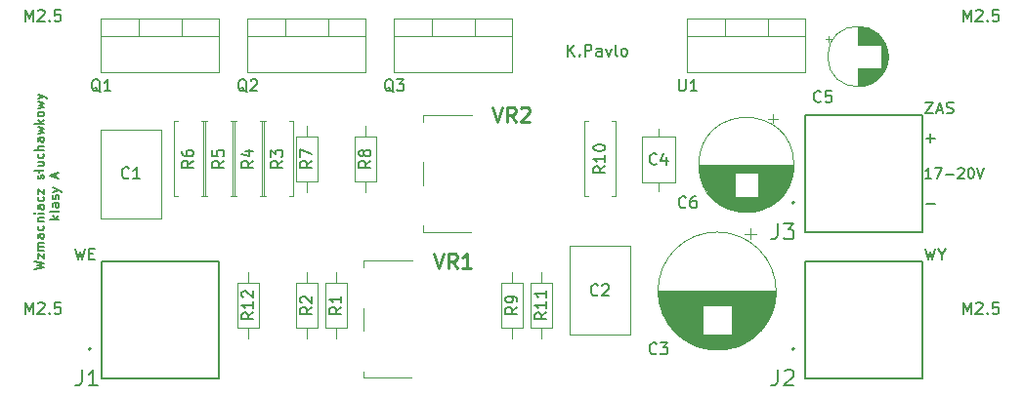
<source format=gto>
G04 #@! TF.GenerationSoftware,KiCad,Pcbnew,7.0.5*
G04 #@! TF.CreationDate,2023-06-03T16:25:12+02:00*
G04 #@! TF.ProjectId,avt2464,61767432-3436-4342-9e6b-696361645f70,rev?*
G04 #@! TF.SameCoordinates,Original*
G04 #@! TF.FileFunction,Legend,Top*
G04 #@! TF.FilePolarity,Positive*
%FSLAX46Y46*%
G04 Gerber Fmt 4.6, Leading zero omitted, Abs format (unit mm)*
G04 Created by KiCad (PCBNEW 7.0.5) date 2023-06-03 16:25:12*
%MOMM*%
%LPD*%
G01*
G04 APERTURE LIST*
%ADD10C,0.150000*%
%ADD11C,0.254000*%
%ADD12C,0.120000*%
%ADD13C,0.100000*%
%ADD14C,0.127000*%
%ADD15C,0.200000*%
%ADD16C,1.400000*%
%ADD17O,1.400000X1.400000*%
%ADD18C,1.600000*%
%ADD19O,1.600000X1.600000*%
%ADD20C,4.000000*%
%ADD21C,2.100000*%
%ADD22C,2.000000*%
%ADD23R,2.400000X2.400000*%
%ADD24C,2.400000*%
%ADD25R,1.600000X1.600000*%
%ADD26C,2.500000*%
%ADD27R,1.905000X2.000000*%
%ADD28O,1.905000X2.000000*%
%ADD29R,2.000000X2.000000*%
G04 APERTURE END LIST*
D10*
X19609147Y-41332332D02*
X20409147Y-41141856D01*
X20409147Y-41141856D02*
X19837718Y-40989475D01*
X19837718Y-40989475D02*
X20409147Y-40837094D01*
X20409147Y-40837094D02*
X19609147Y-40646618D01*
X19875813Y-40418046D02*
X19875813Y-39998998D01*
X19875813Y-39998998D02*
X20409147Y-40418046D01*
X20409147Y-40418046D02*
X20409147Y-39998998D01*
X20409147Y-39694236D02*
X19875813Y-39694236D01*
X19952004Y-39694236D02*
X19913909Y-39656141D01*
X19913909Y-39656141D02*
X19875813Y-39579951D01*
X19875813Y-39579951D02*
X19875813Y-39465665D01*
X19875813Y-39465665D02*
X19913909Y-39389474D01*
X19913909Y-39389474D02*
X19990099Y-39351379D01*
X19990099Y-39351379D02*
X20409147Y-39351379D01*
X19990099Y-39351379D02*
X19913909Y-39313284D01*
X19913909Y-39313284D02*
X19875813Y-39237093D01*
X19875813Y-39237093D02*
X19875813Y-39122808D01*
X19875813Y-39122808D02*
X19913909Y-39046617D01*
X19913909Y-39046617D02*
X19990099Y-39008522D01*
X19990099Y-39008522D02*
X20409147Y-39008522D01*
X20409147Y-38284712D02*
X19990099Y-38284712D01*
X19990099Y-38284712D02*
X19913909Y-38322807D01*
X19913909Y-38322807D02*
X19875813Y-38398998D01*
X19875813Y-38398998D02*
X19875813Y-38551379D01*
X19875813Y-38551379D02*
X19913909Y-38627569D01*
X20371052Y-38284712D02*
X20409147Y-38360903D01*
X20409147Y-38360903D02*
X20409147Y-38551379D01*
X20409147Y-38551379D02*
X20371052Y-38627569D01*
X20371052Y-38627569D02*
X20294861Y-38665665D01*
X20294861Y-38665665D02*
X20218671Y-38665665D01*
X20218671Y-38665665D02*
X20142480Y-38627569D01*
X20142480Y-38627569D02*
X20104385Y-38551379D01*
X20104385Y-38551379D02*
X20104385Y-38360903D01*
X20104385Y-38360903D02*
X20066290Y-38284712D01*
X20371052Y-37560902D02*
X20409147Y-37637093D01*
X20409147Y-37637093D02*
X20409147Y-37789474D01*
X20409147Y-37789474D02*
X20371052Y-37865664D01*
X20371052Y-37865664D02*
X20332956Y-37903759D01*
X20332956Y-37903759D02*
X20256766Y-37941855D01*
X20256766Y-37941855D02*
X20028194Y-37941855D01*
X20028194Y-37941855D02*
X19952004Y-37903759D01*
X19952004Y-37903759D02*
X19913909Y-37865664D01*
X19913909Y-37865664D02*
X19875813Y-37789474D01*
X19875813Y-37789474D02*
X19875813Y-37637093D01*
X19875813Y-37637093D02*
X19913909Y-37560902D01*
X19875813Y-37218045D02*
X20409147Y-37218045D01*
X19952004Y-37218045D02*
X19913909Y-37179950D01*
X19913909Y-37179950D02*
X19875813Y-37103760D01*
X19875813Y-37103760D02*
X19875813Y-36989474D01*
X19875813Y-36989474D02*
X19913909Y-36913283D01*
X19913909Y-36913283D02*
X19990099Y-36875188D01*
X19990099Y-36875188D02*
X20409147Y-36875188D01*
X20409147Y-36494235D02*
X19875813Y-36494235D01*
X19609147Y-36494235D02*
X19647242Y-36532331D01*
X19647242Y-36532331D02*
X19685337Y-36494235D01*
X19685337Y-36494235D02*
X19647242Y-36456140D01*
X19647242Y-36456140D02*
X19609147Y-36494235D01*
X19609147Y-36494235D02*
X19685337Y-36494235D01*
X20409147Y-35770426D02*
X19990099Y-35770426D01*
X19990099Y-35770426D02*
X19913909Y-35808521D01*
X19913909Y-35808521D02*
X19875813Y-35884712D01*
X19875813Y-35884712D02*
X19875813Y-36037093D01*
X19875813Y-36037093D02*
X19913909Y-36113283D01*
X20371052Y-35770426D02*
X20409147Y-35846617D01*
X20409147Y-35846617D02*
X20409147Y-36037093D01*
X20409147Y-36037093D02*
X20371052Y-36113283D01*
X20371052Y-36113283D02*
X20294861Y-36151379D01*
X20294861Y-36151379D02*
X20218671Y-36151379D01*
X20218671Y-36151379D02*
X20142480Y-36113283D01*
X20142480Y-36113283D02*
X20104385Y-36037093D01*
X20104385Y-36037093D02*
X20104385Y-35846617D01*
X20104385Y-35846617D02*
X20066290Y-35770426D01*
X20371052Y-35046616D02*
X20409147Y-35122807D01*
X20409147Y-35122807D02*
X20409147Y-35275188D01*
X20409147Y-35275188D02*
X20371052Y-35351378D01*
X20371052Y-35351378D02*
X20332956Y-35389473D01*
X20332956Y-35389473D02*
X20256766Y-35427569D01*
X20256766Y-35427569D02*
X20028194Y-35427569D01*
X20028194Y-35427569D02*
X19952004Y-35389473D01*
X19952004Y-35389473D02*
X19913909Y-35351378D01*
X19913909Y-35351378D02*
X19875813Y-35275188D01*
X19875813Y-35275188D02*
X19875813Y-35122807D01*
X19875813Y-35122807D02*
X19913909Y-35046616D01*
X19875813Y-34779950D02*
X19875813Y-34360902D01*
X19875813Y-34360902D02*
X20409147Y-34779950D01*
X20409147Y-34779950D02*
X20409147Y-34360902D01*
X20371052Y-33484712D02*
X20409147Y-33408521D01*
X20409147Y-33408521D02*
X20409147Y-33256140D01*
X20409147Y-33256140D02*
X20371052Y-33179950D01*
X20371052Y-33179950D02*
X20294861Y-33141854D01*
X20294861Y-33141854D02*
X20256766Y-33141854D01*
X20256766Y-33141854D02*
X20180575Y-33179950D01*
X20180575Y-33179950D02*
X20142480Y-33256140D01*
X20142480Y-33256140D02*
X20142480Y-33370426D01*
X20142480Y-33370426D02*
X20104385Y-33446616D01*
X20104385Y-33446616D02*
X20028194Y-33484712D01*
X20028194Y-33484712D02*
X19990099Y-33484712D01*
X19990099Y-33484712D02*
X19913909Y-33446616D01*
X19913909Y-33446616D02*
X19875813Y-33370426D01*
X19875813Y-33370426D02*
X19875813Y-33256140D01*
X19875813Y-33256140D02*
X19913909Y-33179950D01*
X20409147Y-32684712D02*
X20371052Y-32760902D01*
X20371052Y-32760902D02*
X20294861Y-32798997D01*
X20294861Y-32798997D02*
X19609147Y-32798997D01*
X20028194Y-32913283D02*
X19875813Y-32684712D01*
X19875813Y-32037092D02*
X20409147Y-32037092D01*
X19875813Y-32379949D02*
X20294861Y-32379949D01*
X20294861Y-32379949D02*
X20371052Y-32341854D01*
X20371052Y-32341854D02*
X20409147Y-32265664D01*
X20409147Y-32265664D02*
X20409147Y-32151378D01*
X20409147Y-32151378D02*
X20371052Y-32075187D01*
X20371052Y-32075187D02*
X20332956Y-32037092D01*
X20371052Y-31313282D02*
X20409147Y-31389473D01*
X20409147Y-31389473D02*
X20409147Y-31541854D01*
X20409147Y-31541854D02*
X20371052Y-31618044D01*
X20371052Y-31618044D02*
X20332956Y-31656139D01*
X20332956Y-31656139D02*
X20256766Y-31694235D01*
X20256766Y-31694235D02*
X20028194Y-31694235D01*
X20028194Y-31694235D02*
X19952004Y-31656139D01*
X19952004Y-31656139D02*
X19913909Y-31618044D01*
X19913909Y-31618044D02*
X19875813Y-31541854D01*
X19875813Y-31541854D02*
X19875813Y-31389473D01*
X19875813Y-31389473D02*
X19913909Y-31313282D01*
X20409147Y-30970425D02*
X19609147Y-30970425D01*
X20409147Y-30627568D02*
X19990099Y-30627568D01*
X19990099Y-30627568D02*
X19913909Y-30665663D01*
X19913909Y-30665663D02*
X19875813Y-30741854D01*
X19875813Y-30741854D02*
X19875813Y-30856140D01*
X19875813Y-30856140D02*
X19913909Y-30932330D01*
X19913909Y-30932330D02*
X19952004Y-30970425D01*
X20409147Y-29903758D02*
X19990099Y-29903758D01*
X19990099Y-29903758D02*
X19913909Y-29941853D01*
X19913909Y-29941853D02*
X19875813Y-30018044D01*
X19875813Y-30018044D02*
X19875813Y-30170425D01*
X19875813Y-30170425D02*
X19913909Y-30246615D01*
X20371052Y-29903758D02*
X20409147Y-29979949D01*
X20409147Y-29979949D02*
X20409147Y-30170425D01*
X20409147Y-30170425D02*
X20371052Y-30246615D01*
X20371052Y-30246615D02*
X20294861Y-30284711D01*
X20294861Y-30284711D02*
X20218671Y-30284711D01*
X20218671Y-30284711D02*
X20142480Y-30246615D01*
X20142480Y-30246615D02*
X20104385Y-30170425D01*
X20104385Y-30170425D02*
X20104385Y-29979949D01*
X20104385Y-29979949D02*
X20066290Y-29903758D01*
X19875813Y-29598996D02*
X20409147Y-29446615D01*
X20409147Y-29446615D02*
X20028194Y-29294234D01*
X20028194Y-29294234D02*
X20409147Y-29141853D01*
X20409147Y-29141853D02*
X19875813Y-28989472D01*
X20409147Y-28684710D02*
X19609147Y-28684710D01*
X20104385Y-28608520D02*
X20409147Y-28379948D01*
X19875813Y-28379948D02*
X20180575Y-28684710D01*
X20409147Y-27922806D02*
X20371052Y-27998996D01*
X20371052Y-27998996D02*
X20332956Y-28037091D01*
X20332956Y-28037091D02*
X20256766Y-28075187D01*
X20256766Y-28075187D02*
X20028194Y-28075187D01*
X20028194Y-28075187D02*
X19952004Y-28037091D01*
X19952004Y-28037091D02*
X19913909Y-27998996D01*
X19913909Y-27998996D02*
X19875813Y-27922806D01*
X19875813Y-27922806D02*
X19875813Y-27808520D01*
X19875813Y-27808520D02*
X19913909Y-27732329D01*
X19913909Y-27732329D02*
X19952004Y-27694234D01*
X19952004Y-27694234D02*
X20028194Y-27656139D01*
X20028194Y-27656139D02*
X20256766Y-27656139D01*
X20256766Y-27656139D02*
X20332956Y-27694234D01*
X20332956Y-27694234D02*
X20371052Y-27732329D01*
X20371052Y-27732329D02*
X20409147Y-27808520D01*
X20409147Y-27808520D02*
X20409147Y-27922806D01*
X19875813Y-27389472D02*
X20409147Y-27237091D01*
X20409147Y-27237091D02*
X20028194Y-27084710D01*
X20028194Y-27084710D02*
X20409147Y-26932329D01*
X20409147Y-26932329D02*
X19875813Y-26779948D01*
X19875813Y-26551377D02*
X20409147Y-26360901D01*
X19875813Y-26170424D02*
X20409147Y-26360901D01*
X20409147Y-26360901D02*
X20599623Y-26437091D01*
X20599623Y-26437091D02*
X20637718Y-26475186D01*
X20637718Y-26475186D02*
X20675813Y-26551377D01*
X21697147Y-36989473D02*
X20897147Y-36989473D01*
X21392385Y-36913283D02*
X21697147Y-36684711D01*
X21163813Y-36684711D02*
X21468575Y-36989473D01*
X21697147Y-36227569D02*
X21659052Y-36303759D01*
X21659052Y-36303759D02*
X21582861Y-36341854D01*
X21582861Y-36341854D02*
X20897147Y-36341854D01*
X21697147Y-35579949D02*
X21278099Y-35579949D01*
X21278099Y-35579949D02*
X21201909Y-35618044D01*
X21201909Y-35618044D02*
X21163813Y-35694235D01*
X21163813Y-35694235D02*
X21163813Y-35846616D01*
X21163813Y-35846616D02*
X21201909Y-35922806D01*
X21659052Y-35579949D02*
X21697147Y-35656140D01*
X21697147Y-35656140D02*
X21697147Y-35846616D01*
X21697147Y-35846616D02*
X21659052Y-35922806D01*
X21659052Y-35922806D02*
X21582861Y-35960902D01*
X21582861Y-35960902D02*
X21506671Y-35960902D01*
X21506671Y-35960902D02*
X21430480Y-35922806D01*
X21430480Y-35922806D02*
X21392385Y-35846616D01*
X21392385Y-35846616D02*
X21392385Y-35656140D01*
X21392385Y-35656140D02*
X21354290Y-35579949D01*
X21659052Y-35237092D02*
X21697147Y-35160901D01*
X21697147Y-35160901D02*
X21697147Y-35008520D01*
X21697147Y-35008520D02*
X21659052Y-34932330D01*
X21659052Y-34932330D02*
X21582861Y-34894234D01*
X21582861Y-34894234D02*
X21544766Y-34894234D01*
X21544766Y-34894234D02*
X21468575Y-34932330D01*
X21468575Y-34932330D02*
X21430480Y-35008520D01*
X21430480Y-35008520D02*
X21430480Y-35122806D01*
X21430480Y-35122806D02*
X21392385Y-35198996D01*
X21392385Y-35198996D02*
X21316194Y-35237092D01*
X21316194Y-35237092D02*
X21278099Y-35237092D01*
X21278099Y-35237092D02*
X21201909Y-35198996D01*
X21201909Y-35198996D02*
X21163813Y-35122806D01*
X21163813Y-35122806D02*
X21163813Y-35008520D01*
X21163813Y-35008520D02*
X21201909Y-34932330D01*
X21163813Y-34627568D02*
X21697147Y-34437092D01*
X21163813Y-34246615D02*
X21697147Y-34437092D01*
X21697147Y-34437092D02*
X21887623Y-34513282D01*
X21887623Y-34513282D02*
X21925718Y-34551377D01*
X21925718Y-34551377D02*
X21963813Y-34627568D01*
X21468575Y-33370425D02*
X21468575Y-32989472D01*
X21697147Y-33446615D02*
X20897147Y-33179948D01*
X20897147Y-33179948D02*
X21697147Y-32913282D01*
X96856779Y-35633866D02*
X97618684Y-35633866D01*
X96781541Y-26809819D02*
X97448207Y-26809819D01*
X97448207Y-26809819D02*
X96781541Y-27809819D01*
X96781541Y-27809819D02*
X97448207Y-27809819D01*
X97781541Y-27524104D02*
X98257731Y-27524104D01*
X97686303Y-27809819D02*
X98019636Y-26809819D01*
X98019636Y-26809819D02*
X98352969Y-27809819D01*
X98638684Y-27762200D02*
X98781541Y-27809819D01*
X98781541Y-27809819D02*
X99019636Y-27809819D01*
X99019636Y-27809819D02*
X99114874Y-27762200D01*
X99114874Y-27762200D02*
X99162493Y-27714580D01*
X99162493Y-27714580D02*
X99210112Y-27619342D01*
X99210112Y-27619342D02*
X99210112Y-27524104D01*
X99210112Y-27524104D02*
X99162493Y-27428866D01*
X99162493Y-27428866D02*
X99114874Y-27381247D01*
X99114874Y-27381247D02*
X99019636Y-27333628D01*
X99019636Y-27333628D02*
X98829160Y-27286009D01*
X98829160Y-27286009D02*
X98733922Y-27238390D01*
X98733922Y-27238390D02*
X98686303Y-27190771D01*
X98686303Y-27190771D02*
X98638684Y-27095533D01*
X98638684Y-27095533D02*
X98638684Y-27000295D01*
X98638684Y-27000295D02*
X98686303Y-26905057D01*
X98686303Y-26905057D02*
X98733922Y-26857438D01*
X98733922Y-26857438D02*
X98829160Y-26809819D01*
X98829160Y-26809819D02*
X99067255Y-26809819D01*
X99067255Y-26809819D02*
X99210112Y-26857438D01*
X65820073Y-22838618D02*
X65820073Y-21838618D01*
X66391501Y-22838618D02*
X65962930Y-22267189D01*
X66391501Y-21838618D02*
X65820073Y-22410046D01*
X66820073Y-22743379D02*
X66867692Y-22790999D01*
X66867692Y-22790999D02*
X66820073Y-22838618D01*
X66820073Y-22838618D02*
X66772454Y-22790999D01*
X66772454Y-22790999D02*
X66820073Y-22743379D01*
X66820073Y-22743379D02*
X66820073Y-22838618D01*
X67296263Y-22838618D02*
X67296263Y-21838618D01*
X67296263Y-21838618D02*
X67677215Y-21838618D01*
X67677215Y-21838618D02*
X67772453Y-21886237D01*
X67772453Y-21886237D02*
X67820072Y-21933856D01*
X67820072Y-21933856D02*
X67867691Y-22029094D01*
X67867691Y-22029094D02*
X67867691Y-22171951D01*
X67867691Y-22171951D02*
X67820072Y-22267189D01*
X67820072Y-22267189D02*
X67772453Y-22314808D01*
X67772453Y-22314808D02*
X67677215Y-22362427D01*
X67677215Y-22362427D02*
X67296263Y-22362427D01*
X68724834Y-22838618D02*
X68724834Y-22314808D01*
X68724834Y-22314808D02*
X68677215Y-22219570D01*
X68677215Y-22219570D02*
X68581977Y-22171951D01*
X68581977Y-22171951D02*
X68391501Y-22171951D01*
X68391501Y-22171951D02*
X68296263Y-22219570D01*
X68724834Y-22790999D02*
X68629596Y-22838618D01*
X68629596Y-22838618D02*
X68391501Y-22838618D01*
X68391501Y-22838618D02*
X68296263Y-22790999D01*
X68296263Y-22790999D02*
X68248644Y-22695760D01*
X68248644Y-22695760D02*
X68248644Y-22600522D01*
X68248644Y-22600522D02*
X68296263Y-22505284D01*
X68296263Y-22505284D02*
X68391501Y-22457665D01*
X68391501Y-22457665D02*
X68629596Y-22457665D01*
X68629596Y-22457665D02*
X68724834Y-22410046D01*
X69105787Y-22171951D02*
X69343882Y-22838618D01*
X69343882Y-22838618D02*
X69581977Y-22171951D01*
X70105787Y-22838618D02*
X70010549Y-22790999D01*
X70010549Y-22790999D02*
X69962930Y-22695760D01*
X69962930Y-22695760D02*
X69962930Y-21838618D01*
X70629597Y-22838618D02*
X70534359Y-22790999D01*
X70534359Y-22790999D02*
X70486740Y-22743379D01*
X70486740Y-22743379D02*
X70439121Y-22648141D01*
X70439121Y-22648141D02*
X70439121Y-22362427D01*
X70439121Y-22362427D02*
X70486740Y-22267189D01*
X70486740Y-22267189D02*
X70534359Y-22219570D01*
X70534359Y-22219570D02*
X70629597Y-22171951D01*
X70629597Y-22171951D02*
X70772454Y-22171951D01*
X70772454Y-22171951D02*
X70867692Y-22219570D01*
X70867692Y-22219570D02*
X70915311Y-22267189D01*
X70915311Y-22267189D02*
X70962930Y-22362427D01*
X70962930Y-22362427D02*
X70962930Y-22648141D01*
X70962930Y-22648141D02*
X70915311Y-22743379D01*
X70915311Y-22743379D02*
X70867692Y-22790999D01*
X70867692Y-22790999D02*
X70772454Y-22838618D01*
X70772454Y-22838618D02*
X70629597Y-22838618D01*
X96856779Y-29968866D02*
X97618684Y-29968866D01*
X97237731Y-30349819D02*
X97237731Y-29587914D01*
X23101541Y-39509819D02*
X23339636Y-40509819D01*
X23339636Y-40509819D02*
X23530112Y-39795533D01*
X23530112Y-39795533D02*
X23720588Y-40509819D01*
X23720588Y-40509819D02*
X23958684Y-39509819D01*
X24339636Y-39986009D02*
X24672969Y-39986009D01*
X24815826Y-40509819D02*
X24339636Y-40509819D01*
X24339636Y-40509819D02*
X24339636Y-39509819D01*
X24339636Y-39509819D02*
X24815826Y-39509819D01*
X96781541Y-39509819D02*
X97019636Y-40509819D01*
X97019636Y-40509819D02*
X97210112Y-39795533D01*
X97210112Y-39795533D02*
X97400588Y-40509819D01*
X97400588Y-40509819D02*
X97638684Y-39509819D01*
X98210112Y-40033628D02*
X98210112Y-40509819D01*
X97876779Y-39509819D02*
X98210112Y-40033628D01*
X98210112Y-40033628D02*
X98543445Y-39509819D01*
X97304398Y-33428557D02*
X96790112Y-33428557D01*
X97047255Y-33428557D02*
X97047255Y-32528557D01*
X97047255Y-32528557D02*
X96961541Y-32657128D01*
X96961541Y-32657128D02*
X96875826Y-32742842D01*
X96875826Y-32742842D02*
X96790112Y-32785700D01*
X97604398Y-32528557D02*
X98204398Y-32528557D01*
X98204398Y-32528557D02*
X97818684Y-33428557D01*
X98547255Y-33085700D02*
X99232970Y-33085700D01*
X99618684Y-32614271D02*
X99661541Y-32571414D01*
X99661541Y-32571414D02*
X99747256Y-32528557D01*
X99747256Y-32528557D02*
X99961541Y-32528557D01*
X99961541Y-32528557D02*
X100047256Y-32571414D01*
X100047256Y-32571414D02*
X100090113Y-32614271D01*
X100090113Y-32614271D02*
X100132970Y-32699985D01*
X100132970Y-32699985D02*
X100132970Y-32785700D01*
X100132970Y-32785700D02*
X100090113Y-32914271D01*
X100090113Y-32914271D02*
X99575827Y-33428557D01*
X99575827Y-33428557D02*
X100132970Y-33428557D01*
X100690113Y-32528557D02*
X100775827Y-32528557D01*
X100775827Y-32528557D02*
X100861541Y-32571414D01*
X100861541Y-32571414D02*
X100904399Y-32614271D01*
X100904399Y-32614271D02*
X100947256Y-32699985D01*
X100947256Y-32699985D02*
X100990113Y-32871414D01*
X100990113Y-32871414D02*
X100990113Y-33085700D01*
X100990113Y-33085700D02*
X100947256Y-33257128D01*
X100947256Y-33257128D02*
X100904399Y-33342842D01*
X100904399Y-33342842D02*
X100861541Y-33385700D01*
X100861541Y-33385700D02*
X100775827Y-33428557D01*
X100775827Y-33428557D02*
X100690113Y-33428557D01*
X100690113Y-33428557D02*
X100604399Y-33385700D01*
X100604399Y-33385700D02*
X100561541Y-33342842D01*
X100561541Y-33342842D02*
X100518684Y-33257128D01*
X100518684Y-33257128D02*
X100475827Y-33085700D01*
X100475827Y-33085700D02*
X100475827Y-32871414D01*
X100475827Y-32871414D02*
X100518684Y-32699985D01*
X100518684Y-32699985D02*
X100561541Y-32614271D01*
X100561541Y-32614271D02*
X100604399Y-32571414D01*
X100604399Y-32571414D02*
X100690113Y-32528557D01*
X101247256Y-32528557D02*
X101547256Y-33428557D01*
X101547256Y-33428557D02*
X101847256Y-32528557D01*
X46174819Y-44616666D02*
X45698628Y-44949999D01*
X46174819Y-45188094D02*
X45174819Y-45188094D01*
X45174819Y-45188094D02*
X45174819Y-44807142D01*
X45174819Y-44807142D02*
X45222438Y-44711904D01*
X45222438Y-44711904D02*
X45270057Y-44664285D01*
X45270057Y-44664285D02*
X45365295Y-44616666D01*
X45365295Y-44616666D02*
X45508152Y-44616666D01*
X45508152Y-44616666D02*
X45603390Y-44664285D01*
X45603390Y-44664285D02*
X45651009Y-44711904D01*
X45651009Y-44711904D02*
X45698628Y-44807142D01*
X45698628Y-44807142D02*
X45698628Y-45188094D01*
X46174819Y-43664285D02*
X46174819Y-44235713D01*
X46174819Y-43949999D02*
X45174819Y-43949999D01*
X45174819Y-43949999D02*
X45317676Y-44045237D01*
X45317676Y-44045237D02*
X45412914Y-44140475D01*
X45412914Y-44140475D02*
X45460533Y-44235713D01*
X38554819Y-31916666D02*
X38078628Y-32249999D01*
X38554819Y-32488094D02*
X37554819Y-32488094D01*
X37554819Y-32488094D02*
X37554819Y-32107142D01*
X37554819Y-32107142D02*
X37602438Y-32011904D01*
X37602438Y-32011904D02*
X37650057Y-31964285D01*
X37650057Y-31964285D02*
X37745295Y-31916666D01*
X37745295Y-31916666D02*
X37888152Y-31916666D01*
X37888152Y-31916666D02*
X37983390Y-31964285D01*
X37983390Y-31964285D02*
X38031009Y-32011904D01*
X38031009Y-32011904D02*
X38078628Y-32107142D01*
X38078628Y-32107142D02*
X38078628Y-32488094D01*
X37888152Y-31059523D02*
X38554819Y-31059523D01*
X37507200Y-31297618D02*
X38221485Y-31535713D01*
X38221485Y-31535713D02*
X38221485Y-30916666D01*
X73493333Y-32169580D02*
X73445714Y-32217200D01*
X73445714Y-32217200D02*
X73302857Y-32264819D01*
X73302857Y-32264819D02*
X73207619Y-32264819D01*
X73207619Y-32264819D02*
X73064762Y-32217200D01*
X73064762Y-32217200D02*
X72969524Y-32121961D01*
X72969524Y-32121961D02*
X72921905Y-32026723D01*
X72921905Y-32026723D02*
X72874286Y-31836247D01*
X72874286Y-31836247D02*
X72874286Y-31693390D01*
X72874286Y-31693390D02*
X72921905Y-31502914D01*
X72921905Y-31502914D02*
X72969524Y-31407676D01*
X72969524Y-31407676D02*
X73064762Y-31312438D01*
X73064762Y-31312438D02*
X73207619Y-31264819D01*
X73207619Y-31264819D02*
X73302857Y-31264819D01*
X73302857Y-31264819D02*
X73445714Y-31312438D01*
X73445714Y-31312438D02*
X73493333Y-31360057D01*
X74350476Y-31598152D02*
X74350476Y-32264819D01*
X74112381Y-31217200D02*
X73874286Y-31931485D01*
X73874286Y-31931485D02*
X74493333Y-31931485D01*
D11*
X54216905Y-39944318D02*
X54640238Y-41214318D01*
X54640238Y-41214318D02*
X55063572Y-39944318D01*
X56212619Y-41214318D02*
X55789285Y-40609556D01*
X55486904Y-41214318D02*
X55486904Y-39944318D01*
X55486904Y-39944318D02*
X55970714Y-39944318D01*
X55970714Y-39944318D02*
X56091666Y-40004794D01*
X56091666Y-40004794D02*
X56152143Y-40065270D01*
X56152143Y-40065270D02*
X56212619Y-40186222D01*
X56212619Y-40186222D02*
X56212619Y-40367651D01*
X56212619Y-40367651D02*
X56152143Y-40488603D01*
X56152143Y-40488603D02*
X56091666Y-40549080D01*
X56091666Y-40549080D02*
X55970714Y-40609556D01*
X55970714Y-40609556D02*
X55486904Y-40609556D01*
X57422143Y-41214318D02*
X56696428Y-41214318D01*
X57059285Y-41214318D02*
X57059285Y-39944318D01*
X57059285Y-39944318D02*
X56938333Y-40125746D01*
X56938333Y-40125746D02*
X56817381Y-40246699D01*
X56817381Y-40246699D02*
X56696428Y-40307175D01*
D10*
X27773333Y-33379580D02*
X27725714Y-33427200D01*
X27725714Y-33427200D02*
X27582857Y-33474819D01*
X27582857Y-33474819D02*
X27487619Y-33474819D01*
X27487619Y-33474819D02*
X27344762Y-33427200D01*
X27344762Y-33427200D02*
X27249524Y-33331961D01*
X27249524Y-33331961D02*
X27201905Y-33236723D01*
X27201905Y-33236723D02*
X27154286Y-33046247D01*
X27154286Y-33046247D02*
X27154286Y-32903390D01*
X27154286Y-32903390D02*
X27201905Y-32712914D01*
X27201905Y-32712914D02*
X27249524Y-32617676D01*
X27249524Y-32617676D02*
X27344762Y-32522438D01*
X27344762Y-32522438D02*
X27487619Y-32474819D01*
X27487619Y-32474819D02*
X27582857Y-32474819D01*
X27582857Y-32474819D02*
X27725714Y-32522438D01*
X27725714Y-32522438D02*
X27773333Y-32570057D01*
X28725714Y-33474819D02*
X28154286Y-33474819D01*
X28440000Y-33474819D02*
X28440000Y-32474819D01*
X28440000Y-32474819D02*
X28344762Y-32617676D01*
X28344762Y-32617676D02*
X28249524Y-32712914D01*
X28249524Y-32712914D02*
X28154286Y-32760533D01*
X43634819Y-44616666D02*
X43158628Y-44949999D01*
X43634819Y-45188094D02*
X42634819Y-45188094D01*
X42634819Y-45188094D02*
X42634819Y-44807142D01*
X42634819Y-44807142D02*
X42682438Y-44711904D01*
X42682438Y-44711904D02*
X42730057Y-44664285D01*
X42730057Y-44664285D02*
X42825295Y-44616666D01*
X42825295Y-44616666D02*
X42968152Y-44616666D01*
X42968152Y-44616666D02*
X43063390Y-44664285D01*
X43063390Y-44664285D02*
X43111009Y-44711904D01*
X43111009Y-44711904D02*
X43158628Y-44807142D01*
X43158628Y-44807142D02*
X43158628Y-45188094D01*
X42730057Y-44235713D02*
X42682438Y-44188094D01*
X42682438Y-44188094D02*
X42634819Y-44092856D01*
X42634819Y-44092856D02*
X42634819Y-43854761D01*
X42634819Y-43854761D02*
X42682438Y-43759523D01*
X42682438Y-43759523D02*
X42730057Y-43711904D01*
X42730057Y-43711904D02*
X42825295Y-43664285D01*
X42825295Y-43664285D02*
X42920533Y-43664285D01*
X42920533Y-43664285D02*
X43063390Y-43711904D01*
X43063390Y-43711904D02*
X43634819Y-44283332D01*
X43634819Y-44283332D02*
X43634819Y-43664285D01*
X41094819Y-31916666D02*
X40618628Y-32249999D01*
X41094819Y-32488094D02*
X40094819Y-32488094D01*
X40094819Y-32488094D02*
X40094819Y-32107142D01*
X40094819Y-32107142D02*
X40142438Y-32011904D01*
X40142438Y-32011904D02*
X40190057Y-31964285D01*
X40190057Y-31964285D02*
X40285295Y-31916666D01*
X40285295Y-31916666D02*
X40428152Y-31916666D01*
X40428152Y-31916666D02*
X40523390Y-31964285D01*
X40523390Y-31964285D02*
X40571009Y-32011904D01*
X40571009Y-32011904D02*
X40618628Y-32107142D01*
X40618628Y-32107142D02*
X40618628Y-32488094D01*
X40094819Y-31583332D02*
X40094819Y-30964285D01*
X40094819Y-30964285D02*
X40475771Y-31297618D01*
X40475771Y-31297618D02*
X40475771Y-31154761D01*
X40475771Y-31154761D02*
X40523390Y-31059523D01*
X40523390Y-31059523D02*
X40571009Y-31011904D01*
X40571009Y-31011904D02*
X40666247Y-30964285D01*
X40666247Y-30964285D02*
X40904342Y-30964285D01*
X40904342Y-30964285D02*
X40999580Y-31011904D01*
X40999580Y-31011904D02*
X41047200Y-31059523D01*
X41047200Y-31059523D02*
X41094819Y-31154761D01*
X41094819Y-31154761D02*
X41094819Y-31440475D01*
X41094819Y-31440475D02*
X41047200Y-31535713D01*
X41047200Y-31535713D02*
X40999580Y-31583332D01*
X43634819Y-31916666D02*
X43158628Y-32249999D01*
X43634819Y-32488094D02*
X42634819Y-32488094D01*
X42634819Y-32488094D02*
X42634819Y-32107142D01*
X42634819Y-32107142D02*
X42682438Y-32011904D01*
X42682438Y-32011904D02*
X42730057Y-31964285D01*
X42730057Y-31964285D02*
X42825295Y-31916666D01*
X42825295Y-31916666D02*
X42968152Y-31916666D01*
X42968152Y-31916666D02*
X43063390Y-31964285D01*
X43063390Y-31964285D02*
X43111009Y-32011904D01*
X43111009Y-32011904D02*
X43158628Y-32107142D01*
X43158628Y-32107142D02*
X43158628Y-32488094D01*
X42634819Y-31583332D02*
X42634819Y-30916666D01*
X42634819Y-30916666D02*
X43634819Y-31345237D01*
X69034819Y-32392857D02*
X68558628Y-32726190D01*
X69034819Y-32964285D02*
X68034819Y-32964285D01*
X68034819Y-32964285D02*
X68034819Y-32583333D01*
X68034819Y-32583333D02*
X68082438Y-32488095D01*
X68082438Y-32488095D02*
X68130057Y-32440476D01*
X68130057Y-32440476D02*
X68225295Y-32392857D01*
X68225295Y-32392857D02*
X68368152Y-32392857D01*
X68368152Y-32392857D02*
X68463390Y-32440476D01*
X68463390Y-32440476D02*
X68511009Y-32488095D01*
X68511009Y-32488095D02*
X68558628Y-32583333D01*
X68558628Y-32583333D02*
X68558628Y-32964285D01*
X69034819Y-31440476D02*
X69034819Y-32011904D01*
X69034819Y-31726190D02*
X68034819Y-31726190D01*
X68034819Y-31726190D02*
X68177676Y-31821428D01*
X68177676Y-31821428D02*
X68272914Y-31916666D01*
X68272914Y-31916666D02*
X68320533Y-32011904D01*
X68034819Y-30821428D02*
X68034819Y-30726190D01*
X68034819Y-30726190D02*
X68082438Y-30630952D01*
X68082438Y-30630952D02*
X68130057Y-30583333D01*
X68130057Y-30583333D02*
X68225295Y-30535714D01*
X68225295Y-30535714D02*
X68415771Y-30488095D01*
X68415771Y-30488095D02*
X68653866Y-30488095D01*
X68653866Y-30488095D02*
X68844342Y-30535714D01*
X68844342Y-30535714D02*
X68939580Y-30583333D01*
X68939580Y-30583333D02*
X68987200Y-30630952D01*
X68987200Y-30630952D02*
X69034819Y-30726190D01*
X69034819Y-30726190D02*
X69034819Y-30821428D01*
X69034819Y-30821428D02*
X68987200Y-30916666D01*
X68987200Y-30916666D02*
X68939580Y-30964285D01*
X68939580Y-30964285D02*
X68844342Y-31011904D01*
X68844342Y-31011904D02*
X68653866Y-31059523D01*
X68653866Y-31059523D02*
X68415771Y-31059523D01*
X68415771Y-31059523D02*
X68225295Y-31011904D01*
X68225295Y-31011904D02*
X68130057Y-30964285D01*
X68130057Y-30964285D02*
X68082438Y-30916666D01*
X68082438Y-30916666D02*
X68034819Y-30821428D01*
X23692017Y-50039866D02*
X23692017Y-51039866D01*
X23692017Y-51039866D02*
X23625350Y-51239866D01*
X23625350Y-51239866D02*
X23492017Y-51373200D01*
X23492017Y-51373200D02*
X23292017Y-51439866D01*
X23292017Y-51439866D02*
X23158684Y-51439866D01*
X25092017Y-51439866D02*
X24292017Y-51439866D01*
X24692017Y-51439866D02*
X24692017Y-50039866D01*
X24692017Y-50039866D02*
X24558684Y-50239866D01*
X24558684Y-50239866D02*
X24425351Y-50373200D01*
X24425351Y-50373200D02*
X24292017Y-50439866D01*
X76033333Y-35919580D02*
X75985714Y-35967200D01*
X75985714Y-35967200D02*
X75842857Y-36014819D01*
X75842857Y-36014819D02*
X75747619Y-36014819D01*
X75747619Y-36014819D02*
X75604762Y-35967200D01*
X75604762Y-35967200D02*
X75509524Y-35871961D01*
X75509524Y-35871961D02*
X75461905Y-35776723D01*
X75461905Y-35776723D02*
X75414286Y-35586247D01*
X75414286Y-35586247D02*
X75414286Y-35443390D01*
X75414286Y-35443390D02*
X75461905Y-35252914D01*
X75461905Y-35252914D02*
X75509524Y-35157676D01*
X75509524Y-35157676D02*
X75604762Y-35062438D01*
X75604762Y-35062438D02*
X75747619Y-35014819D01*
X75747619Y-35014819D02*
X75842857Y-35014819D01*
X75842857Y-35014819D02*
X75985714Y-35062438D01*
X75985714Y-35062438D02*
X76033333Y-35110057D01*
X76890476Y-35014819D02*
X76700000Y-35014819D01*
X76700000Y-35014819D02*
X76604762Y-35062438D01*
X76604762Y-35062438D02*
X76557143Y-35110057D01*
X76557143Y-35110057D02*
X76461905Y-35252914D01*
X76461905Y-35252914D02*
X76414286Y-35443390D01*
X76414286Y-35443390D02*
X76414286Y-35824342D01*
X76414286Y-35824342D02*
X76461905Y-35919580D01*
X76461905Y-35919580D02*
X76509524Y-35967200D01*
X76509524Y-35967200D02*
X76604762Y-36014819D01*
X76604762Y-36014819D02*
X76795238Y-36014819D01*
X76795238Y-36014819D02*
X76890476Y-35967200D01*
X76890476Y-35967200D02*
X76938095Y-35919580D01*
X76938095Y-35919580D02*
X76985714Y-35824342D01*
X76985714Y-35824342D02*
X76985714Y-35586247D01*
X76985714Y-35586247D02*
X76938095Y-35491009D01*
X76938095Y-35491009D02*
X76890476Y-35443390D01*
X76890476Y-35443390D02*
X76795238Y-35395771D01*
X76795238Y-35395771D02*
X76604762Y-35395771D01*
X76604762Y-35395771D02*
X76509524Y-35443390D01*
X76509524Y-35443390D02*
X76461905Y-35491009D01*
X76461905Y-35491009D02*
X76414286Y-35586247D01*
X36014819Y-31916666D02*
X35538628Y-32249999D01*
X36014819Y-32488094D02*
X35014819Y-32488094D01*
X35014819Y-32488094D02*
X35014819Y-32107142D01*
X35014819Y-32107142D02*
X35062438Y-32011904D01*
X35062438Y-32011904D02*
X35110057Y-31964285D01*
X35110057Y-31964285D02*
X35205295Y-31916666D01*
X35205295Y-31916666D02*
X35348152Y-31916666D01*
X35348152Y-31916666D02*
X35443390Y-31964285D01*
X35443390Y-31964285D02*
X35491009Y-32011904D01*
X35491009Y-32011904D02*
X35538628Y-32107142D01*
X35538628Y-32107142D02*
X35538628Y-32488094D01*
X35014819Y-31011904D02*
X35014819Y-31488094D01*
X35014819Y-31488094D02*
X35491009Y-31535713D01*
X35491009Y-31535713D02*
X35443390Y-31488094D01*
X35443390Y-31488094D02*
X35395771Y-31392856D01*
X35395771Y-31392856D02*
X35395771Y-31154761D01*
X35395771Y-31154761D02*
X35443390Y-31059523D01*
X35443390Y-31059523D02*
X35491009Y-31011904D01*
X35491009Y-31011904D02*
X35586247Y-30964285D01*
X35586247Y-30964285D02*
X35824342Y-30964285D01*
X35824342Y-30964285D02*
X35919580Y-31011904D01*
X35919580Y-31011904D02*
X35967200Y-31059523D01*
X35967200Y-31059523D02*
X36014819Y-31154761D01*
X36014819Y-31154761D02*
X36014819Y-31392856D01*
X36014819Y-31392856D02*
X35967200Y-31488094D01*
X35967200Y-31488094D02*
X35919580Y-31535713D01*
X100076191Y-45214819D02*
X100076191Y-44214819D01*
X100076191Y-44214819D02*
X100409524Y-44929104D01*
X100409524Y-44929104D02*
X100742857Y-44214819D01*
X100742857Y-44214819D02*
X100742857Y-45214819D01*
X101171429Y-44310057D02*
X101219048Y-44262438D01*
X101219048Y-44262438D02*
X101314286Y-44214819D01*
X101314286Y-44214819D02*
X101552381Y-44214819D01*
X101552381Y-44214819D02*
X101647619Y-44262438D01*
X101647619Y-44262438D02*
X101695238Y-44310057D01*
X101695238Y-44310057D02*
X101742857Y-44405295D01*
X101742857Y-44405295D02*
X101742857Y-44500533D01*
X101742857Y-44500533D02*
X101695238Y-44643390D01*
X101695238Y-44643390D02*
X101123810Y-45214819D01*
X101123810Y-45214819D02*
X101742857Y-45214819D01*
X102171429Y-45119580D02*
X102219048Y-45167200D01*
X102219048Y-45167200D02*
X102171429Y-45214819D01*
X102171429Y-45214819D02*
X102123810Y-45167200D01*
X102123810Y-45167200D02*
X102171429Y-45119580D01*
X102171429Y-45119580D02*
X102171429Y-45214819D01*
X103123809Y-44214819D02*
X102647619Y-44214819D01*
X102647619Y-44214819D02*
X102600000Y-44691009D01*
X102600000Y-44691009D02*
X102647619Y-44643390D01*
X102647619Y-44643390D02*
X102742857Y-44595771D01*
X102742857Y-44595771D02*
X102980952Y-44595771D01*
X102980952Y-44595771D02*
X103076190Y-44643390D01*
X103076190Y-44643390D02*
X103123809Y-44691009D01*
X103123809Y-44691009D02*
X103171428Y-44786247D01*
X103171428Y-44786247D02*
X103171428Y-45024342D01*
X103171428Y-45024342D02*
X103123809Y-45119580D01*
X103123809Y-45119580D02*
X103076190Y-45167200D01*
X103076190Y-45167200D02*
X102980952Y-45214819D01*
X102980952Y-45214819D02*
X102742857Y-45214819D01*
X102742857Y-45214819D02*
X102647619Y-45167200D01*
X102647619Y-45167200D02*
X102600000Y-45119580D01*
X100076191Y-19814819D02*
X100076191Y-18814819D01*
X100076191Y-18814819D02*
X100409524Y-19529104D01*
X100409524Y-19529104D02*
X100742857Y-18814819D01*
X100742857Y-18814819D02*
X100742857Y-19814819D01*
X101171429Y-18910057D02*
X101219048Y-18862438D01*
X101219048Y-18862438D02*
X101314286Y-18814819D01*
X101314286Y-18814819D02*
X101552381Y-18814819D01*
X101552381Y-18814819D02*
X101647619Y-18862438D01*
X101647619Y-18862438D02*
X101695238Y-18910057D01*
X101695238Y-18910057D02*
X101742857Y-19005295D01*
X101742857Y-19005295D02*
X101742857Y-19100533D01*
X101742857Y-19100533D02*
X101695238Y-19243390D01*
X101695238Y-19243390D02*
X101123810Y-19814819D01*
X101123810Y-19814819D02*
X101742857Y-19814819D01*
X102171429Y-19719580D02*
X102219048Y-19767200D01*
X102219048Y-19767200D02*
X102171429Y-19814819D01*
X102171429Y-19814819D02*
X102123810Y-19767200D01*
X102123810Y-19767200D02*
X102171429Y-19719580D01*
X102171429Y-19719580D02*
X102171429Y-19814819D01*
X103123809Y-18814819D02*
X102647619Y-18814819D01*
X102647619Y-18814819D02*
X102600000Y-19291009D01*
X102600000Y-19291009D02*
X102647619Y-19243390D01*
X102647619Y-19243390D02*
X102742857Y-19195771D01*
X102742857Y-19195771D02*
X102980952Y-19195771D01*
X102980952Y-19195771D02*
X103076190Y-19243390D01*
X103076190Y-19243390D02*
X103123809Y-19291009D01*
X103123809Y-19291009D02*
X103171428Y-19386247D01*
X103171428Y-19386247D02*
X103171428Y-19624342D01*
X103171428Y-19624342D02*
X103123809Y-19719580D01*
X103123809Y-19719580D02*
X103076190Y-19767200D01*
X103076190Y-19767200D02*
X102980952Y-19814819D01*
X102980952Y-19814819D02*
X102742857Y-19814819D01*
X102742857Y-19814819D02*
X102647619Y-19767200D01*
X102647619Y-19767200D02*
X102600000Y-19719580D01*
X48714819Y-31916666D02*
X48238628Y-32249999D01*
X48714819Y-32488094D02*
X47714819Y-32488094D01*
X47714819Y-32488094D02*
X47714819Y-32107142D01*
X47714819Y-32107142D02*
X47762438Y-32011904D01*
X47762438Y-32011904D02*
X47810057Y-31964285D01*
X47810057Y-31964285D02*
X47905295Y-31916666D01*
X47905295Y-31916666D02*
X48048152Y-31916666D01*
X48048152Y-31916666D02*
X48143390Y-31964285D01*
X48143390Y-31964285D02*
X48191009Y-32011904D01*
X48191009Y-32011904D02*
X48238628Y-32107142D01*
X48238628Y-32107142D02*
X48238628Y-32488094D01*
X48143390Y-31345237D02*
X48095771Y-31440475D01*
X48095771Y-31440475D02*
X48048152Y-31488094D01*
X48048152Y-31488094D02*
X47952914Y-31535713D01*
X47952914Y-31535713D02*
X47905295Y-31535713D01*
X47905295Y-31535713D02*
X47810057Y-31488094D01*
X47810057Y-31488094D02*
X47762438Y-31440475D01*
X47762438Y-31440475D02*
X47714819Y-31345237D01*
X47714819Y-31345237D02*
X47714819Y-31154761D01*
X47714819Y-31154761D02*
X47762438Y-31059523D01*
X47762438Y-31059523D02*
X47810057Y-31011904D01*
X47810057Y-31011904D02*
X47905295Y-30964285D01*
X47905295Y-30964285D02*
X47952914Y-30964285D01*
X47952914Y-30964285D02*
X48048152Y-31011904D01*
X48048152Y-31011904D02*
X48095771Y-31059523D01*
X48095771Y-31059523D02*
X48143390Y-31154761D01*
X48143390Y-31154761D02*
X48143390Y-31345237D01*
X48143390Y-31345237D02*
X48191009Y-31440475D01*
X48191009Y-31440475D02*
X48238628Y-31488094D01*
X48238628Y-31488094D02*
X48333866Y-31535713D01*
X48333866Y-31535713D02*
X48524342Y-31535713D01*
X48524342Y-31535713D02*
X48619580Y-31488094D01*
X48619580Y-31488094D02*
X48667200Y-31440475D01*
X48667200Y-31440475D02*
X48714819Y-31345237D01*
X48714819Y-31345237D02*
X48714819Y-31154761D01*
X48714819Y-31154761D02*
X48667200Y-31059523D01*
X48667200Y-31059523D02*
X48619580Y-31011904D01*
X48619580Y-31011904D02*
X48524342Y-30964285D01*
X48524342Y-30964285D02*
X48333866Y-30964285D01*
X48333866Y-30964285D02*
X48238628Y-31011904D01*
X48238628Y-31011904D02*
X48191009Y-31059523D01*
X48191009Y-31059523D02*
X48143390Y-31154761D01*
X83984333Y-50039866D02*
X83984333Y-51039866D01*
X83984333Y-51039866D02*
X83917666Y-51239866D01*
X83917666Y-51239866D02*
X83784333Y-51373200D01*
X83784333Y-51373200D02*
X83584333Y-51439866D01*
X83584333Y-51439866D02*
X83451000Y-51439866D01*
X84584333Y-50173200D02*
X84651000Y-50106533D01*
X84651000Y-50106533D02*
X84784333Y-50039866D01*
X84784333Y-50039866D02*
X85117667Y-50039866D01*
X85117667Y-50039866D02*
X85251000Y-50106533D01*
X85251000Y-50106533D02*
X85317667Y-50173200D01*
X85317667Y-50173200D02*
X85384333Y-50306533D01*
X85384333Y-50306533D02*
X85384333Y-50439866D01*
X85384333Y-50439866D02*
X85317667Y-50639866D01*
X85317667Y-50639866D02*
X84517667Y-51439866D01*
X84517667Y-51439866D02*
X85384333Y-51439866D01*
X25304761Y-25950057D02*
X25209523Y-25902438D01*
X25209523Y-25902438D02*
X25114285Y-25807200D01*
X25114285Y-25807200D02*
X24971428Y-25664342D01*
X24971428Y-25664342D02*
X24876190Y-25616723D01*
X24876190Y-25616723D02*
X24780952Y-25616723D01*
X24828571Y-25854819D02*
X24733333Y-25807200D01*
X24733333Y-25807200D02*
X24638095Y-25711961D01*
X24638095Y-25711961D02*
X24590476Y-25521485D01*
X24590476Y-25521485D02*
X24590476Y-25188152D01*
X24590476Y-25188152D02*
X24638095Y-24997676D01*
X24638095Y-24997676D02*
X24733333Y-24902438D01*
X24733333Y-24902438D02*
X24828571Y-24854819D01*
X24828571Y-24854819D02*
X25019047Y-24854819D01*
X25019047Y-24854819D02*
X25114285Y-24902438D01*
X25114285Y-24902438D02*
X25209523Y-24997676D01*
X25209523Y-24997676D02*
X25257142Y-25188152D01*
X25257142Y-25188152D02*
X25257142Y-25521485D01*
X25257142Y-25521485D02*
X25209523Y-25711961D01*
X25209523Y-25711961D02*
X25114285Y-25807200D01*
X25114285Y-25807200D02*
X25019047Y-25854819D01*
X25019047Y-25854819D02*
X24828571Y-25854819D01*
X26209523Y-25854819D02*
X25638095Y-25854819D01*
X25923809Y-25854819D02*
X25923809Y-24854819D01*
X25923809Y-24854819D02*
X25828571Y-24997676D01*
X25828571Y-24997676D02*
X25733333Y-25092914D01*
X25733333Y-25092914D02*
X25638095Y-25140533D01*
X68413333Y-43539580D02*
X68365714Y-43587200D01*
X68365714Y-43587200D02*
X68222857Y-43634819D01*
X68222857Y-43634819D02*
X68127619Y-43634819D01*
X68127619Y-43634819D02*
X67984762Y-43587200D01*
X67984762Y-43587200D02*
X67889524Y-43491961D01*
X67889524Y-43491961D02*
X67841905Y-43396723D01*
X67841905Y-43396723D02*
X67794286Y-43206247D01*
X67794286Y-43206247D02*
X67794286Y-43063390D01*
X67794286Y-43063390D02*
X67841905Y-42872914D01*
X67841905Y-42872914D02*
X67889524Y-42777676D01*
X67889524Y-42777676D02*
X67984762Y-42682438D01*
X67984762Y-42682438D02*
X68127619Y-42634819D01*
X68127619Y-42634819D02*
X68222857Y-42634819D01*
X68222857Y-42634819D02*
X68365714Y-42682438D01*
X68365714Y-42682438D02*
X68413333Y-42730057D01*
X68794286Y-42730057D02*
X68841905Y-42682438D01*
X68841905Y-42682438D02*
X68937143Y-42634819D01*
X68937143Y-42634819D02*
X69175238Y-42634819D01*
X69175238Y-42634819D02*
X69270476Y-42682438D01*
X69270476Y-42682438D02*
X69318095Y-42730057D01*
X69318095Y-42730057D02*
X69365714Y-42825295D01*
X69365714Y-42825295D02*
X69365714Y-42920533D01*
X69365714Y-42920533D02*
X69318095Y-43063390D01*
X69318095Y-43063390D02*
X68746667Y-43634819D01*
X68746667Y-43634819D02*
X69365714Y-43634819D01*
X83984333Y-37339866D02*
X83984333Y-38339866D01*
X83984333Y-38339866D02*
X83917666Y-38539866D01*
X83917666Y-38539866D02*
X83784333Y-38673200D01*
X83784333Y-38673200D02*
X83584333Y-38739866D01*
X83584333Y-38739866D02*
X83451000Y-38739866D01*
X84517667Y-37339866D02*
X85384333Y-37339866D01*
X85384333Y-37339866D02*
X84917667Y-37873200D01*
X84917667Y-37873200D02*
X85117667Y-37873200D01*
X85117667Y-37873200D02*
X85251000Y-37939866D01*
X85251000Y-37939866D02*
X85317667Y-38006533D01*
X85317667Y-38006533D02*
X85384333Y-38139866D01*
X85384333Y-38139866D02*
X85384333Y-38473200D01*
X85384333Y-38473200D02*
X85317667Y-38606533D01*
X85317667Y-38606533D02*
X85251000Y-38673200D01*
X85251000Y-38673200D02*
X85117667Y-38739866D01*
X85117667Y-38739866D02*
X84717667Y-38739866D01*
X84717667Y-38739866D02*
X84584333Y-38673200D01*
X84584333Y-38673200D02*
X84517667Y-38606533D01*
X33372597Y-31924435D02*
X32896406Y-32257768D01*
X33372597Y-32495863D02*
X32372597Y-32495863D01*
X32372597Y-32495863D02*
X32372597Y-32114911D01*
X32372597Y-32114911D02*
X32420216Y-32019673D01*
X32420216Y-32019673D02*
X32467835Y-31972054D01*
X32467835Y-31972054D02*
X32563073Y-31924435D01*
X32563073Y-31924435D02*
X32705930Y-31924435D01*
X32705930Y-31924435D02*
X32801168Y-31972054D01*
X32801168Y-31972054D02*
X32848787Y-32019673D01*
X32848787Y-32019673D02*
X32896406Y-32114911D01*
X32896406Y-32114911D02*
X32896406Y-32495863D01*
X32372597Y-31067292D02*
X32372597Y-31257768D01*
X32372597Y-31257768D02*
X32420216Y-31353006D01*
X32420216Y-31353006D02*
X32467835Y-31400625D01*
X32467835Y-31400625D02*
X32610692Y-31495863D01*
X32610692Y-31495863D02*
X32801168Y-31543482D01*
X32801168Y-31543482D02*
X33182120Y-31543482D01*
X33182120Y-31543482D02*
X33277358Y-31495863D01*
X33277358Y-31495863D02*
X33324978Y-31448244D01*
X33324978Y-31448244D02*
X33372597Y-31353006D01*
X33372597Y-31353006D02*
X33372597Y-31162530D01*
X33372597Y-31162530D02*
X33324978Y-31067292D01*
X33324978Y-31067292D02*
X33277358Y-31019673D01*
X33277358Y-31019673D02*
X33182120Y-30972054D01*
X33182120Y-30972054D02*
X32944025Y-30972054D01*
X32944025Y-30972054D02*
X32848787Y-31019673D01*
X32848787Y-31019673D02*
X32801168Y-31067292D01*
X32801168Y-31067292D02*
X32753549Y-31162530D01*
X32753549Y-31162530D02*
X32753549Y-31353006D01*
X32753549Y-31353006D02*
X32801168Y-31448244D01*
X32801168Y-31448244D02*
X32848787Y-31495863D01*
X32848787Y-31495863D02*
X32944025Y-31543482D01*
X50704761Y-25950057D02*
X50609523Y-25902438D01*
X50609523Y-25902438D02*
X50514285Y-25807200D01*
X50514285Y-25807200D02*
X50371428Y-25664342D01*
X50371428Y-25664342D02*
X50276190Y-25616723D01*
X50276190Y-25616723D02*
X50180952Y-25616723D01*
X50228571Y-25854819D02*
X50133333Y-25807200D01*
X50133333Y-25807200D02*
X50038095Y-25711961D01*
X50038095Y-25711961D02*
X49990476Y-25521485D01*
X49990476Y-25521485D02*
X49990476Y-25188152D01*
X49990476Y-25188152D02*
X50038095Y-24997676D01*
X50038095Y-24997676D02*
X50133333Y-24902438D01*
X50133333Y-24902438D02*
X50228571Y-24854819D01*
X50228571Y-24854819D02*
X50419047Y-24854819D01*
X50419047Y-24854819D02*
X50514285Y-24902438D01*
X50514285Y-24902438D02*
X50609523Y-24997676D01*
X50609523Y-24997676D02*
X50657142Y-25188152D01*
X50657142Y-25188152D02*
X50657142Y-25521485D01*
X50657142Y-25521485D02*
X50609523Y-25711961D01*
X50609523Y-25711961D02*
X50514285Y-25807200D01*
X50514285Y-25807200D02*
X50419047Y-25854819D01*
X50419047Y-25854819D02*
X50228571Y-25854819D01*
X50990476Y-24854819D02*
X51609523Y-24854819D01*
X51609523Y-24854819D02*
X51276190Y-25235771D01*
X51276190Y-25235771D02*
X51419047Y-25235771D01*
X51419047Y-25235771D02*
X51514285Y-25283390D01*
X51514285Y-25283390D02*
X51561904Y-25331009D01*
X51561904Y-25331009D02*
X51609523Y-25426247D01*
X51609523Y-25426247D02*
X51609523Y-25664342D01*
X51609523Y-25664342D02*
X51561904Y-25759580D01*
X51561904Y-25759580D02*
X51514285Y-25807200D01*
X51514285Y-25807200D02*
X51419047Y-25854819D01*
X51419047Y-25854819D02*
X51133333Y-25854819D01*
X51133333Y-25854819D02*
X51038095Y-25807200D01*
X51038095Y-25807200D02*
X50990476Y-25759580D01*
X18796191Y-19814819D02*
X18796191Y-18814819D01*
X18796191Y-18814819D02*
X19129524Y-19529104D01*
X19129524Y-19529104D02*
X19462857Y-18814819D01*
X19462857Y-18814819D02*
X19462857Y-19814819D01*
X19891429Y-18910057D02*
X19939048Y-18862438D01*
X19939048Y-18862438D02*
X20034286Y-18814819D01*
X20034286Y-18814819D02*
X20272381Y-18814819D01*
X20272381Y-18814819D02*
X20367619Y-18862438D01*
X20367619Y-18862438D02*
X20415238Y-18910057D01*
X20415238Y-18910057D02*
X20462857Y-19005295D01*
X20462857Y-19005295D02*
X20462857Y-19100533D01*
X20462857Y-19100533D02*
X20415238Y-19243390D01*
X20415238Y-19243390D02*
X19843810Y-19814819D01*
X19843810Y-19814819D02*
X20462857Y-19814819D01*
X20891429Y-19719580D02*
X20939048Y-19767200D01*
X20939048Y-19767200D02*
X20891429Y-19814819D01*
X20891429Y-19814819D02*
X20843810Y-19767200D01*
X20843810Y-19767200D02*
X20891429Y-19719580D01*
X20891429Y-19719580D02*
X20891429Y-19814819D01*
X21843809Y-18814819D02*
X21367619Y-18814819D01*
X21367619Y-18814819D02*
X21320000Y-19291009D01*
X21320000Y-19291009D02*
X21367619Y-19243390D01*
X21367619Y-19243390D02*
X21462857Y-19195771D01*
X21462857Y-19195771D02*
X21700952Y-19195771D01*
X21700952Y-19195771D02*
X21796190Y-19243390D01*
X21796190Y-19243390D02*
X21843809Y-19291009D01*
X21843809Y-19291009D02*
X21891428Y-19386247D01*
X21891428Y-19386247D02*
X21891428Y-19624342D01*
X21891428Y-19624342D02*
X21843809Y-19719580D01*
X21843809Y-19719580D02*
X21796190Y-19767200D01*
X21796190Y-19767200D02*
X21700952Y-19814819D01*
X21700952Y-19814819D02*
X21462857Y-19814819D01*
X21462857Y-19814819D02*
X21367619Y-19767200D01*
X21367619Y-19767200D02*
X21320000Y-19719580D01*
X38004761Y-25950057D02*
X37909523Y-25902438D01*
X37909523Y-25902438D02*
X37814285Y-25807200D01*
X37814285Y-25807200D02*
X37671428Y-25664342D01*
X37671428Y-25664342D02*
X37576190Y-25616723D01*
X37576190Y-25616723D02*
X37480952Y-25616723D01*
X37528571Y-25854819D02*
X37433333Y-25807200D01*
X37433333Y-25807200D02*
X37338095Y-25711961D01*
X37338095Y-25711961D02*
X37290476Y-25521485D01*
X37290476Y-25521485D02*
X37290476Y-25188152D01*
X37290476Y-25188152D02*
X37338095Y-24997676D01*
X37338095Y-24997676D02*
X37433333Y-24902438D01*
X37433333Y-24902438D02*
X37528571Y-24854819D01*
X37528571Y-24854819D02*
X37719047Y-24854819D01*
X37719047Y-24854819D02*
X37814285Y-24902438D01*
X37814285Y-24902438D02*
X37909523Y-24997676D01*
X37909523Y-24997676D02*
X37957142Y-25188152D01*
X37957142Y-25188152D02*
X37957142Y-25521485D01*
X37957142Y-25521485D02*
X37909523Y-25711961D01*
X37909523Y-25711961D02*
X37814285Y-25807200D01*
X37814285Y-25807200D02*
X37719047Y-25854819D01*
X37719047Y-25854819D02*
X37528571Y-25854819D01*
X38338095Y-24950057D02*
X38385714Y-24902438D01*
X38385714Y-24902438D02*
X38480952Y-24854819D01*
X38480952Y-24854819D02*
X38719047Y-24854819D01*
X38719047Y-24854819D02*
X38814285Y-24902438D01*
X38814285Y-24902438D02*
X38861904Y-24950057D01*
X38861904Y-24950057D02*
X38909523Y-25045295D01*
X38909523Y-25045295D02*
X38909523Y-25140533D01*
X38909523Y-25140533D02*
X38861904Y-25283390D01*
X38861904Y-25283390D02*
X38290476Y-25854819D01*
X38290476Y-25854819D02*
X38909523Y-25854819D01*
X63954819Y-45092857D02*
X63478628Y-45426190D01*
X63954819Y-45664285D02*
X62954819Y-45664285D01*
X62954819Y-45664285D02*
X62954819Y-45283333D01*
X62954819Y-45283333D02*
X63002438Y-45188095D01*
X63002438Y-45188095D02*
X63050057Y-45140476D01*
X63050057Y-45140476D02*
X63145295Y-45092857D01*
X63145295Y-45092857D02*
X63288152Y-45092857D01*
X63288152Y-45092857D02*
X63383390Y-45140476D01*
X63383390Y-45140476D02*
X63431009Y-45188095D01*
X63431009Y-45188095D02*
X63478628Y-45283333D01*
X63478628Y-45283333D02*
X63478628Y-45664285D01*
X63954819Y-44140476D02*
X63954819Y-44711904D01*
X63954819Y-44426190D02*
X62954819Y-44426190D01*
X62954819Y-44426190D02*
X63097676Y-44521428D01*
X63097676Y-44521428D02*
X63192914Y-44616666D01*
X63192914Y-44616666D02*
X63240533Y-44711904D01*
X63954819Y-43188095D02*
X63954819Y-43759523D01*
X63954819Y-43473809D02*
X62954819Y-43473809D01*
X62954819Y-43473809D02*
X63097676Y-43569047D01*
X63097676Y-43569047D02*
X63192914Y-43664285D01*
X63192914Y-43664285D02*
X63240533Y-43759523D01*
X87729229Y-26755548D02*
X87681610Y-26803168D01*
X87681610Y-26803168D02*
X87538753Y-26850787D01*
X87538753Y-26850787D02*
X87443515Y-26850787D01*
X87443515Y-26850787D02*
X87300658Y-26803168D01*
X87300658Y-26803168D02*
X87205420Y-26707929D01*
X87205420Y-26707929D02*
X87157801Y-26612691D01*
X87157801Y-26612691D02*
X87110182Y-26422215D01*
X87110182Y-26422215D02*
X87110182Y-26279358D01*
X87110182Y-26279358D02*
X87157801Y-26088882D01*
X87157801Y-26088882D02*
X87205420Y-25993644D01*
X87205420Y-25993644D02*
X87300658Y-25898406D01*
X87300658Y-25898406D02*
X87443515Y-25850787D01*
X87443515Y-25850787D02*
X87538753Y-25850787D01*
X87538753Y-25850787D02*
X87681610Y-25898406D01*
X87681610Y-25898406D02*
X87729229Y-25946025D01*
X88633991Y-25850787D02*
X88157801Y-25850787D01*
X88157801Y-25850787D02*
X88110182Y-26326977D01*
X88110182Y-26326977D02*
X88157801Y-26279358D01*
X88157801Y-26279358D02*
X88253039Y-26231739D01*
X88253039Y-26231739D02*
X88491134Y-26231739D01*
X88491134Y-26231739D02*
X88586372Y-26279358D01*
X88586372Y-26279358D02*
X88633991Y-26326977D01*
X88633991Y-26326977D02*
X88681610Y-26422215D01*
X88681610Y-26422215D02*
X88681610Y-26660310D01*
X88681610Y-26660310D02*
X88633991Y-26755548D01*
X88633991Y-26755548D02*
X88586372Y-26803168D01*
X88586372Y-26803168D02*
X88491134Y-26850787D01*
X88491134Y-26850787D02*
X88253039Y-26850787D01*
X88253039Y-26850787D02*
X88157801Y-26803168D01*
X88157801Y-26803168D02*
X88110182Y-26755548D01*
X38554819Y-45092857D02*
X38078628Y-45426190D01*
X38554819Y-45664285D02*
X37554819Y-45664285D01*
X37554819Y-45664285D02*
X37554819Y-45283333D01*
X37554819Y-45283333D02*
X37602438Y-45188095D01*
X37602438Y-45188095D02*
X37650057Y-45140476D01*
X37650057Y-45140476D02*
X37745295Y-45092857D01*
X37745295Y-45092857D02*
X37888152Y-45092857D01*
X37888152Y-45092857D02*
X37983390Y-45140476D01*
X37983390Y-45140476D02*
X38031009Y-45188095D01*
X38031009Y-45188095D02*
X38078628Y-45283333D01*
X38078628Y-45283333D02*
X38078628Y-45664285D01*
X38554819Y-44140476D02*
X38554819Y-44711904D01*
X38554819Y-44426190D02*
X37554819Y-44426190D01*
X37554819Y-44426190D02*
X37697676Y-44521428D01*
X37697676Y-44521428D02*
X37792914Y-44616666D01*
X37792914Y-44616666D02*
X37840533Y-44711904D01*
X37650057Y-43759523D02*
X37602438Y-43711904D01*
X37602438Y-43711904D02*
X37554819Y-43616666D01*
X37554819Y-43616666D02*
X37554819Y-43378571D01*
X37554819Y-43378571D02*
X37602438Y-43283333D01*
X37602438Y-43283333D02*
X37650057Y-43235714D01*
X37650057Y-43235714D02*
X37745295Y-43188095D01*
X37745295Y-43188095D02*
X37840533Y-43188095D01*
X37840533Y-43188095D02*
X37983390Y-43235714D01*
X37983390Y-43235714D02*
X38554819Y-43807142D01*
X38554819Y-43807142D02*
X38554819Y-43188095D01*
D11*
X59296905Y-27244318D02*
X59720238Y-28514318D01*
X59720238Y-28514318D02*
X60143572Y-27244318D01*
X61292619Y-28514318D02*
X60869285Y-27909556D01*
X60566904Y-28514318D02*
X60566904Y-27244318D01*
X60566904Y-27244318D02*
X61050714Y-27244318D01*
X61050714Y-27244318D02*
X61171666Y-27304794D01*
X61171666Y-27304794D02*
X61232143Y-27365270D01*
X61232143Y-27365270D02*
X61292619Y-27486222D01*
X61292619Y-27486222D02*
X61292619Y-27667651D01*
X61292619Y-27667651D02*
X61232143Y-27788603D01*
X61232143Y-27788603D02*
X61171666Y-27849080D01*
X61171666Y-27849080D02*
X61050714Y-27909556D01*
X61050714Y-27909556D02*
X60566904Y-27909556D01*
X61776428Y-27365270D02*
X61836904Y-27304794D01*
X61836904Y-27304794D02*
X61957857Y-27244318D01*
X61957857Y-27244318D02*
X62260238Y-27244318D01*
X62260238Y-27244318D02*
X62381190Y-27304794D01*
X62381190Y-27304794D02*
X62441666Y-27365270D01*
X62441666Y-27365270D02*
X62502143Y-27486222D01*
X62502143Y-27486222D02*
X62502143Y-27607175D01*
X62502143Y-27607175D02*
X62441666Y-27788603D01*
X62441666Y-27788603D02*
X61715952Y-28514318D01*
X61715952Y-28514318D02*
X62502143Y-28514318D01*
D10*
X73493333Y-48619580D02*
X73445714Y-48667200D01*
X73445714Y-48667200D02*
X73302857Y-48714819D01*
X73302857Y-48714819D02*
X73207619Y-48714819D01*
X73207619Y-48714819D02*
X73064762Y-48667200D01*
X73064762Y-48667200D02*
X72969524Y-48571961D01*
X72969524Y-48571961D02*
X72921905Y-48476723D01*
X72921905Y-48476723D02*
X72874286Y-48286247D01*
X72874286Y-48286247D02*
X72874286Y-48143390D01*
X72874286Y-48143390D02*
X72921905Y-47952914D01*
X72921905Y-47952914D02*
X72969524Y-47857676D01*
X72969524Y-47857676D02*
X73064762Y-47762438D01*
X73064762Y-47762438D02*
X73207619Y-47714819D01*
X73207619Y-47714819D02*
X73302857Y-47714819D01*
X73302857Y-47714819D02*
X73445714Y-47762438D01*
X73445714Y-47762438D02*
X73493333Y-47810057D01*
X73826667Y-47714819D02*
X74445714Y-47714819D01*
X74445714Y-47714819D02*
X74112381Y-48095771D01*
X74112381Y-48095771D02*
X74255238Y-48095771D01*
X74255238Y-48095771D02*
X74350476Y-48143390D01*
X74350476Y-48143390D02*
X74398095Y-48191009D01*
X74398095Y-48191009D02*
X74445714Y-48286247D01*
X74445714Y-48286247D02*
X74445714Y-48524342D01*
X74445714Y-48524342D02*
X74398095Y-48619580D01*
X74398095Y-48619580D02*
X74350476Y-48667200D01*
X74350476Y-48667200D02*
X74255238Y-48714819D01*
X74255238Y-48714819D02*
X73969524Y-48714819D01*
X73969524Y-48714819D02*
X73874286Y-48667200D01*
X73874286Y-48667200D02*
X73826667Y-48619580D01*
X18796191Y-45214819D02*
X18796191Y-44214819D01*
X18796191Y-44214819D02*
X19129524Y-44929104D01*
X19129524Y-44929104D02*
X19462857Y-44214819D01*
X19462857Y-44214819D02*
X19462857Y-45214819D01*
X19891429Y-44310057D02*
X19939048Y-44262438D01*
X19939048Y-44262438D02*
X20034286Y-44214819D01*
X20034286Y-44214819D02*
X20272381Y-44214819D01*
X20272381Y-44214819D02*
X20367619Y-44262438D01*
X20367619Y-44262438D02*
X20415238Y-44310057D01*
X20415238Y-44310057D02*
X20462857Y-44405295D01*
X20462857Y-44405295D02*
X20462857Y-44500533D01*
X20462857Y-44500533D02*
X20415238Y-44643390D01*
X20415238Y-44643390D02*
X19843810Y-45214819D01*
X19843810Y-45214819D02*
X20462857Y-45214819D01*
X20891429Y-45119580D02*
X20939048Y-45167200D01*
X20939048Y-45167200D02*
X20891429Y-45214819D01*
X20891429Y-45214819D02*
X20843810Y-45167200D01*
X20843810Y-45167200D02*
X20891429Y-45119580D01*
X20891429Y-45119580D02*
X20891429Y-45214819D01*
X21843809Y-44214819D02*
X21367619Y-44214819D01*
X21367619Y-44214819D02*
X21320000Y-44691009D01*
X21320000Y-44691009D02*
X21367619Y-44643390D01*
X21367619Y-44643390D02*
X21462857Y-44595771D01*
X21462857Y-44595771D02*
X21700952Y-44595771D01*
X21700952Y-44595771D02*
X21796190Y-44643390D01*
X21796190Y-44643390D02*
X21843809Y-44691009D01*
X21843809Y-44691009D02*
X21891428Y-44786247D01*
X21891428Y-44786247D02*
X21891428Y-45024342D01*
X21891428Y-45024342D02*
X21843809Y-45119580D01*
X21843809Y-45119580D02*
X21796190Y-45167200D01*
X21796190Y-45167200D02*
X21700952Y-45214819D01*
X21700952Y-45214819D02*
X21462857Y-45214819D01*
X21462857Y-45214819D02*
X21367619Y-45167200D01*
X21367619Y-45167200D02*
X21320000Y-45119580D01*
X61414819Y-44616666D02*
X60938628Y-44949999D01*
X61414819Y-45188094D02*
X60414819Y-45188094D01*
X60414819Y-45188094D02*
X60414819Y-44807142D01*
X60414819Y-44807142D02*
X60462438Y-44711904D01*
X60462438Y-44711904D02*
X60510057Y-44664285D01*
X60510057Y-44664285D02*
X60605295Y-44616666D01*
X60605295Y-44616666D02*
X60748152Y-44616666D01*
X60748152Y-44616666D02*
X60843390Y-44664285D01*
X60843390Y-44664285D02*
X60891009Y-44711904D01*
X60891009Y-44711904D02*
X60938628Y-44807142D01*
X60938628Y-44807142D02*
X60938628Y-45188094D01*
X61414819Y-44140475D02*
X61414819Y-43949999D01*
X61414819Y-43949999D02*
X61367200Y-43854761D01*
X61367200Y-43854761D02*
X61319580Y-43807142D01*
X61319580Y-43807142D02*
X61176723Y-43711904D01*
X61176723Y-43711904D02*
X60986247Y-43664285D01*
X60986247Y-43664285D02*
X60605295Y-43664285D01*
X60605295Y-43664285D02*
X60510057Y-43711904D01*
X60510057Y-43711904D02*
X60462438Y-43759523D01*
X60462438Y-43759523D02*
X60414819Y-43854761D01*
X60414819Y-43854761D02*
X60414819Y-44045237D01*
X60414819Y-44045237D02*
X60462438Y-44140475D01*
X60462438Y-44140475D02*
X60510057Y-44188094D01*
X60510057Y-44188094D02*
X60605295Y-44235713D01*
X60605295Y-44235713D02*
X60843390Y-44235713D01*
X60843390Y-44235713D02*
X60938628Y-44188094D01*
X60938628Y-44188094D02*
X60986247Y-44140475D01*
X60986247Y-44140475D02*
X61033866Y-44045237D01*
X61033866Y-44045237D02*
X61033866Y-43854761D01*
X61033866Y-43854761D02*
X60986247Y-43759523D01*
X60986247Y-43759523D02*
X60938628Y-43711904D01*
X60938628Y-43711904D02*
X60843390Y-43664285D01*
X75438095Y-24854819D02*
X75438095Y-25664342D01*
X75438095Y-25664342D02*
X75485714Y-25759580D01*
X75485714Y-25759580D02*
X75533333Y-25807200D01*
X75533333Y-25807200D02*
X75628571Y-25854819D01*
X75628571Y-25854819D02*
X75819047Y-25854819D01*
X75819047Y-25854819D02*
X75914285Y-25807200D01*
X75914285Y-25807200D02*
X75961904Y-25759580D01*
X75961904Y-25759580D02*
X76009523Y-25664342D01*
X76009523Y-25664342D02*
X76009523Y-24854819D01*
X77009523Y-25854819D02*
X76438095Y-25854819D01*
X76723809Y-25854819D02*
X76723809Y-24854819D01*
X76723809Y-24854819D02*
X76628571Y-24997676D01*
X76628571Y-24997676D02*
X76533333Y-25092914D01*
X76533333Y-25092914D02*
X76438095Y-25140533D01*
D12*
X45720000Y-41580000D02*
X45720000Y-42530000D01*
X46640000Y-42530000D02*
X44800000Y-42530000D01*
X44800000Y-42530000D02*
X44800000Y-46370000D01*
X46640000Y-46370000D02*
X46640000Y-42530000D01*
X44800000Y-46370000D02*
X46640000Y-46370000D01*
X45720000Y-47320000D02*
X45720000Y-46370000D01*
X39470000Y-28480000D02*
X39470000Y-35020000D01*
X39140000Y-28480000D02*
X39470000Y-28480000D01*
X37060000Y-28480000D02*
X36730000Y-28480000D01*
X36730000Y-28480000D02*
X36730000Y-35020000D01*
X39470000Y-35020000D02*
X39140000Y-35020000D01*
X36730000Y-35020000D02*
X37060000Y-35020000D01*
X73660000Y-29100000D02*
X73660000Y-29790000D01*
X75080000Y-29790000D02*
X72240000Y-29790000D01*
X72240000Y-29790000D02*
X72240000Y-33830000D01*
X75080000Y-33830000D02*
X75080000Y-29790000D01*
X72240000Y-33830000D02*
X75080000Y-33830000D01*
X73660000Y-34520000D02*
X73660000Y-33830000D01*
D13*
X48110000Y-40600000D02*
X52360000Y-40600000D01*
X48110000Y-41180000D02*
X48110000Y-40600000D01*
X48110000Y-44680000D02*
X48110000Y-46680000D01*
X48110000Y-50180000D02*
X48110000Y-50760000D01*
X48110000Y-50760000D02*
X52260000Y-50760000D01*
D12*
X25320000Y-36930000D02*
X30560000Y-36930000D01*
X25320000Y-36930000D02*
X25320000Y-29190000D01*
X30560000Y-36930000D02*
X30560000Y-29190000D01*
X25320000Y-29190000D02*
X30560000Y-29190000D01*
X43180000Y-41580000D02*
X43180000Y-42530000D01*
X44100000Y-42530000D02*
X42260000Y-42530000D01*
X42260000Y-42530000D02*
X42260000Y-46370000D01*
X44100000Y-46370000D02*
X44100000Y-42530000D01*
X42260000Y-46370000D02*
X44100000Y-46370000D01*
X43180000Y-47320000D02*
X43180000Y-46370000D01*
X39270000Y-35020000D02*
X39270000Y-28480000D01*
X39600000Y-35020000D02*
X39270000Y-35020000D01*
X41680000Y-35020000D02*
X42010000Y-35020000D01*
X42010000Y-35020000D02*
X42010000Y-28480000D01*
X39270000Y-28480000D02*
X39600000Y-28480000D01*
X42010000Y-28480000D02*
X41680000Y-28480000D01*
X43180000Y-34620000D02*
X43180000Y-33670000D01*
X42260000Y-33670000D02*
X44100000Y-33670000D01*
X44100000Y-33670000D02*
X44100000Y-29830000D01*
X42260000Y-29830000D02*
X42260000Y-33670000D01*
X44100000Y-29830000D02*
X42260000Y-29830000D01*
X43180000Y-28880000D02*
X43180000Y-29830000D01*
X69950000Y-28480000D02*
X69950000Y-35020000D01*
X69620000Y-28480000D02*
X69950000Y-28480000D01*
X67540000Y-28480000D02*
X67210000Y-28480000D01*
X67210000Y-28480000D02*
X67210000Y-35020000D01*
X69950000Y-35020000D02*
X69620000Y-35020000D01*
X67210000Y-35020000D02*
X67540000Y-35020000D01*
D14*
X25380000Y-50800000D02*
X25380000Y-40640000D01*
X35580000Y-50800000D02*
X25380000Y-50800000D01*
X25380000Y-40640000D02*
X35580000Y-40640000D01*
X35580000Y-40640000D02*
X35580000Y-50800000D01*
D15*
X24480000Y-48260000D02*
G75*
G03*
X24480000Y-48260000I-100000J0D01*
G01*
D12*
X83595000Y-27860302D02*
X83595000Y-28660302D01*
X83995000Y-28260302D02*
X83195000Y-28260302D01*
X85360000Y-32270000D02*
X77200000Y-32270000D01*
X85360000Y-32310000D02*
X77200000Y-32310000D01*
X85360000Y-32350000D02*
X77200000Y-32350000D01*
X85359000Y-32390000D02*
X77201000Y-32390000D01*
X85357000Y-32430000D02*
X77203000Y-32430000D01*
X85356000Y-32470000D02*
X77204000Y-32470000D01*
X85354000Y-32510000D02*
X77206000Y-32510000D01*
X85351000Y-32550000D02*
X77209000Y-32550000D01*
X85348000Y-32590000D02*
X77212000Y-32590000D01*
X85345000Y-32630000D02*
X77215000Y-32630000D01*
X85341000Y-32670000D02*
X77219000Y-32670000D01*
X85337000Y-32710000D02*
X77223000Y-32710000D01*
X85332000Y-32750000D02*
X77228000Y-32750000D01*
X85328000Y-32790000D02*
X77232000Y-32790000D01*
X85322000Y-32830000D02*
X77238000Y-32830000D01*
X85317000Y-32870000D02*
X77243000Y-32870000D01*
X85310000Y-32910000D02*
X77250000Y-32910000D01*
X85304000Y-32950000D02*
X77256000Y-32950000D01*
X85297000Y-32991000D02*
X82320000Y-32991000D01*
X80240000Y-32991000D02*
X77263000Y-32991000D01*
X85290000Y-33031000D02*
X82320000Y-33031000D01*
X80240000Y-33031000D02*
X77270000Y-33031000D01*
X85282000Y-33071000D02*
X82320000Y-33071000D01*
X80240000Y-33071000D02*
X77278000Y-33071000D01*
X85274000Y-33111000D02*
X82320000Y-33111000D01*
X80240000Y-33111000D02*
X77286000Y-33111000D01*
X85265000Y-33151000D02*
X82320000Y-33151000D01*
X80240000Y-33151000D02*
X77295000Y-33151000D01*
X85256000Y-33191000D02*
X82320000Y-33191000D01*
X80240000Y-33191000D02*
X77304000Y-33191000D01*
X85247000Y-33231000D02*
X82320000Y-33231000D01*
X80240000Y-33231000D02*
X77313000Y-33231000D01*
X85237000Y-33271000D02*
X82320000Y-33271000D01*
X80240000Y-33271000D02*
X77323000Y-33271000D01*
X85227000Y-33311000D02*
X82320000Y-33311000D01*
X80240000Y-33311000D02*
X77333000Y-33311000D01*
X85216000Y-33351000D02*
X82320000Y-33351000D01*
X80240000Y-33351000D02*
X77344000Y-33351000D01*
X85205000Y-33391000D02*
X82320000Y-33391000D01*
X80240000Y-33391000D02*
X77355000Y-33391000D01*
X85194000Y-33431000D02*
X82320000Y-33431000D01*
X80240000Y-33431000D02*
X77366000Y-33431000D01*
X85182000Y-33471000D02*
X82320000Y-33471000D01*
X80240000Y-33471000D02*
X77378000Y-33471000D01*
X85169000Y-33511000D02*
X82320000Y-33511000D01*
X80240000Y-33511000D02*
X77391000Y-33511000D01*
X85157000Y-33551000D02*
X82320000Y-33551000D01*
X80240000Y-33551000D02*
X77403000Y-33551000D01*
X85143000Y-33591000D02*
X82320000Y-33591000D01*
X80240000Y-33591000D02*
X77417000Y-33591000D01*
X85130000Y-33631000D02*
X82320000Y-33631000D01*
X80240000Y-33631000D02*
X77430000Y-33631000D01*
X85115000Y-33671000D02*
X82320000Y-33671000D01*
X80240000Y-33671000D02*
X77445000Y-33671000D01*
X85101000Y-33711000D02*
X82320000Y-33711000D01*
X80240000Y-33711000D02*
X77459000Y-33711000D01*
X85085000Y-33751000D02*
X82320000Y-33751000D01*
X80240000Y-33751000D02*
X77475000Y-33751000D01*
X85070000Y-33791000D02*
X82320000Y-33791000D01*
X80240000Y-33791000D02*
X77490000Y-33791000D01*
X85054000Y-33831000D02*
X82320000Y-33831000D01*
X80240000Y-33831000D02*
X77506000Y-33831000D01*
X85037000Y-33871000D02*
X82320000Y-33871000D01*
X80240000Y-33871000D02*
X77523000Y-33871000D01*
X85020000Y-33911000D02*
X82320000Y-33911000D01*
X80240000Y-33911000D02*
X77540000Y-33911000D01*
X85002000Y-33951000D02*
X82320000Y-33951000D01*
X80240000Y-33951000D02*
X77558000Y-33951000D01*
X84984000Y-33991000D02*
X82320000Y-33991000D01*
X80240000Y-33991000D02*
X77576000Y-33991000D01*
X84966000Y-34031000D02*
X82320000Y-34031000D01*
X80240000Y-34031000D02*
X77594000Y-34031000D01*
X84946000Y-34071000D02*
X82320000Y-34071000D01*
X80240000Y-34071000D02*
X77614000Y-34071000D01*
X84927000Y-34111000D02*
X82320000Y-34111000D01*
X80240000Y-34111000D02*
X77633000Y-34111000D01*
X84907000Y-34151000D02*
X82320000Y-34151000D01*
X80240000Y-34151000D02*
X77653000Y-34151000D01*
X84886000Y-34191000D02*
X82320000Y-34191000D01*
X80240000Y-34191000D02*
X77674000Y-34191000D01*
X84864000Y-34231000D02*
X82320000Y-34231000D01*
X80240000Y-34231000D02*
X77696000Y-34231000D01*
X84842000Y-34271000D02*
X82320000Y-34271000D01*
X80240000Y-34271000D02*
X77718000Y-34271000D01*
X84820000Y-34311000D02*
X82320000Y-34311000D01*
X80240000Y-34311000D02*
X77740000Y-34311000D01*
X84797000Y-34351000D02*
X82320000Y-34351000D01*
X80240000Y-34351000D02*
X77763000Y-34351000D01*
X84773000Y-34391000D02*
X82320000Y-34391000D01*
X80240000Y-34391000D02*
X77787000Y-34391000D01*
X84749000Y-34431000D02*
X82320000Y-34431000D01*
X80240000Y-34431000D02*
X77811000Y-34431000D01*
X84724000Y-34471000D02*
X82320000Y-34471000D01*
X80240000Y-34471000D02*
X77836000Y-34471000D01*
X84698000Y-34511000D02*
X82320000Y-34511000D01*
X80240000Y-34511000D02*
X77862000Y-34511000D01*
X84672000Y-34551000D02*
X82320000Y-34551000D01*
X80240000Y-34551000D02*
X77888000Y-34551000D01*
X84645000Y-34591000D02*
X82320000Y-34591000D01*
X80240000Y-34591000D02*
X77915000Y-34591000D01*
X84618000Y-34631000D02*
X82320000Y-34631000D01*
X80240000Y-34631000D02*
X77942000Y-34631000D01*
X84589000Y-34671000D02*
X82320000Y-34671000D01*
X80240000Y-34671000D02*
X77971000Y-34671000D01*
X84560000Y-34711000D02*
X82320000Y-34711000D01*
X80240000Y-34711000D02*
X78000000Y-34711000D01*
X84530000Y-34751000D02*
X82320000Y-34751000D01*
X80240000Y-34751000D02*
X78030000Y-34751000D01*
X84500000Y-34791000D02*
X82320000Y-34791000D01*
X80240000Y-34791000D02*
X78060000Y-34791000D01*
X84469000Y-34831000D02*
X82320000Y-34831000D01*
X80240000Y-34831000D02*
X78091000Y-34831000D01*
X84436000Y-34871000D02*
X82320000Y-34871000D01*
X80240000Y-34871000D02*
X78124000Y-34871000D01*
X84404000Y-34911000D02*
X82320000Y-34911000D01*
X80240000Y-34911000D02*
X78156000Y-34911000D01*
X84370000Y-34951000D02*
X82320000Y-34951000D01*
X80240000Y-34951000D02*
X78190000Y-34951000D01*
X84335000Y-34991000D02*
X82320000Y-34991000D01*
X80240000Y-34991000D02*
X78225000Y-34991000D01*
X84299000Y-35031000D02*
X82320000Y-35031000D01*
X80240000Y-35031000D02*
X78261000Y-35031000D01*
X84263000Y-35071000D02*
X78297000Y-35071000D01*
X84225000Y-35111000D02*
X78335000Y-35111000D01*
X84187000Y-35151000D02*
X78373000Y-35151000D01*
X84147000Y-35191000D02*
X78413000Y-35191000D01*
X84106000Y-35231000D02*
X78454000Y-35231000D01*
X84064000Y-35271000D02*
X78496000Y-35271000D01*
X84021000Y-35311000D02*
X78539000Y-35311000D01*
X83977000Y-35351000D02*
X78583000Y-35351000D01*
X83931000Y-35391000D02*
X78629000Y-35391000D01*
X83884000Y-35431000D02*
X78676000Y-35431000D01*
X83836000Y-35471000D02*
X78724000Y-35471000D01*
X83785000Y-35511000D02*
X78775000Y-35511000D01*
X83734000Y-35551000D02*
X78826000Y-35551000D01*
X83680000Y-35591000D02*
X78880000Y-35591000D01*
X83625000Y-35631000D02*
X78935000Y-35631000D01*
X83567000Y-35671000D02*
X78993000Y-35671000D01*
X83508000Y-35711000D02*
X79052000Y-35711000D01*
X83446000Y-35751000D02*
X79114000Y-35751000D01*
X83382000Y-35791000D02*
X79178000Y-35791000D01*
X83314000Y-35831000D02*
X79246000Y-35831000D01*
X83244000Y-35871000D02*
X79316000Y-35871000D01*
X83170000Y-35911000D02*
X79390000Y-35911000D01*
X83093000Y-35951000D02*
X79467000Y-35951000D01*
X83011000Y-35991000D02*
X79549000Y-35991000D01*
X82925000Y-36031000D02*
X79635000Y-36031000D01*
X82832000Y-36071000D02*
X79728000Y-36071000D01*
X82733000Y-36111000D02*
X79827000Y-36111000D01*
X82626000Y-36151000D02*
X79934000Y-36151000D01*
X82509000Y-36191000D02*
X80051000Y-36191000D01*
X82378000Y-36231000D02*
X80182000Y-36231000D01*
X82228000Y-36271000D02*
X80332000Y-36271000D01*
X82048000Y-36311000D02*
X80512000Y-36311000D01*
X81813000Y-36351000D02*
X80747000Y-36351000D01*
X85400000Y-32270000D02*
G75*
G03*
X85400000Y-32270000I-4120000J0D01*
G01*
X34190000Y-35020000D02*
X34190000Y-28480000D01*
X34520000Y-35020000D02*
X34190000Y-35020000D01*
X36600000Y-35020000D02*
X36930000Y-35020000D01*
X36930000Y-35020000D02*
X36930000Y-28480000D01*
X34190000Y-28480000D02*
X34520000Y-28480000D01*
X36930000Y-28480000D02*
X36600000Y-28480000D01*
X48260000Y-34620000D02*
X48260000Y-33670000D01*
X47340000Y-33670000D02*
X49180000Y-33670000D01*
X49180000Y-33670000D02*
X49180000Y-29830000D01*
X47340000Y-29830000D02*
X47340000Y-33670000D01*
X49180000Y-29830000D02*
X47340000Y-29830000D01*
X48260000Y-28880000D02*
X48260000Y-29830000D01*
D14*
X86340000Y-50800000D02*
X86340000Y-40640000D01*
X96540000Y-50800000D02*
X86340000Y-50800000D01*
X86340000Y-40640000D02*
X96540000Y-40640000D01*
X96540000Y-40640000D02*
X96540000Y-50800000D01*
D15*
X85440000Y-48260000D02*
G75*
G03*
X85440000Y-48260000I-100000J0D01*
G01*
D12*
X25360000Y-19590000D02*
X25360000Y-24231000D01*
X25360000Y-19590000D02*
X35600000Y-19590000D01*
X25360000Y-21100000D02*
X35600000Y-21100000D01*
X25360000Y-24231000D02*
X35600000Y-24231000D01*
X28630000Y-19590000D02*
X28630000Y-21100000D01*
X32331000Y-19590000D02*
X32331000Y-21100000D01*
X35600000Y-19590000D02*
X35600000Y-24231000D01*
X71200000Y-39270000D02*
X65960000Y-39270000D01*
X71200000Y-39270000D02*
X71200000Y-47010000D01*
X65960000Y-39270000D02*
X65960000Y-47010000D01*
X71200000Y-47010000D02*
X65960000Y-47010000D01*
D14*
X86340000Y-38100000D02*
X86340000Y-27940000D01*
X96540000Y-38100000D02*
X86340000Y-38100000D01*
X86340000Y-27940000D02*
X96540000Y-27940000D01*
X96540000Y-27940000D02*
X96540000Y-38100000D01*
D15*
X85440000Y-35560000D02*
G75*
G03*
X85440000Y-35560000I-100000J0D01*
G01*
D12*
X34390000Y-28480000D02*
X34390000Y-35020000D01*
X34060000Y-28480000D02*
X34390000Y-28480000D01*
X31980000Y-28480000D02*
X31650000Y-28480000D01*
X31650000Y-28480000D02*
X31650000Y-35020000D01*
X34390000Y-35020000D02*
X34060000Y-35020000D01*
X31650000Y-35020000D02*
X31980000Y-35020000D01*
X50760000Y-19590000D02*
X50760000Y-24231000D01*
X50760000Y-19590000D02*
X61000000Y-19590000D01*
X50760000Y-21100000D02*
X61000000Y-21100000D01*
X50760000Y-24231000D02*
X61000000Y-24231000D01*
X54030000Y-19590000D02*
X54030000Y-21100000D01*
X57731000Y-19590000D02*
X57731000Y-21100000D01*
X61000000Y-19590000D02*
X61000000Y-24231000D01*
X38060000Y-19590000D02*
X38060000Y-24231000D01*
X38060000Y-19590000D02*
X48300000Y-19590000D01*
X38060000Y-21100000D02*
X48300000Y-21100000D01*
X38060000Y-24231000D02*
X48300000Y-24231000D01*
X41330000Y-19590000D02*
X41330000Y-21100000D01*
X45031000Y-19590000D02*
X45031000Y-21100000D01*
X48300000Y-19590000D02*
X48300000Y-24231000D01*
X63500000Y-41580000D02*
X63500000Y-42530000D01*
X64420000Y-42530000D02*
X62580000Y-42530000D01*
X62580000Y-42530000D02*
X62580000Y-46370000D01*
X64420000Y-46370000D02*
X64420000Y-42530000D01*
X62580000Y-46370000D02*
X64420000Y-46370000D01*
X63500000Y-47320000D02*
X63500000Y-46370000D01*
X88135225Y-21385000D02*
X88635225Y-21385000D01*
X88385225Y-21135000D02*
X88385225Y-21635000D01*
X90940000Y-20280000D02*
X90940000Y-21820000D01*
X90940000Y-23900000D02*
X90940000Y-25440000D01*
X90980000Y-20280000D02*
X90980000Y-21820000D01*
X90980000Y-23900000D02*
X90980000Y-25440000D01*
X91020000Y-20281000D02*
X91020000Y-21820000D01*
X91020000Y-23900000D02*
X91020000Y-25439000D01*
X91060000Y-20282000D02*
X91060000Y-21820000D01*
X91060000Y-23900000D02*
X91060000Y-25438000D01*
X91100000Y-20284000D02*
X91100000Y-21820000D01*
X91100000Y-23900000D02*
X91100000Y-25436000D01*
X91140000Y-20287000D02*
X91140000Y-21820000D01*
X91140000Y-23900000D02*
X91140000Y-25433000D01*
X91180000Y-20291000D02*
X91180000Y-21820000D01*
X91180000Y-23900000D02*
X91180000Y-25429000D01*
X91220000Y-20295000D02*
X91220000Y-21820000D01*
X91220000Y-23900000D02*
X91220000Y-25425000D01*
X91260000Y-20299000D02*
X91260000Y-21820000D01*
X91260000Y-23900000D02*
X91260000Y-25421000D01*
X91300000Y-20304000D02*
X91300000Y-21820000D01*
X91300000Y-23900000D02*
X91300000Y-25416000D01*
X91340000Y-20310000D02*
X91340000Y-21820000D01*
X91340000Y-23900000D02*
X91340000Y-25410000D01*
X91380000Y-20317000D02*
X91380000Y-21820000D01*
X91380000Y-23900000D02*
X91380000Y-25403000D01*
X91420000Y-20324000D02*
X91420000Y-21820000D01*
X91420000Y-23900000D02*
X91420000Y-25396000D01*
X91460000Y-20332000D02*
X91460000Y-21820000D01*
X91460000Y-23900000D02*
X91460000Y-25388000D01*
X91500000Y-20340000D02*
X91500000Y-21820000D01*
X91500000Y-23900000D02*
X91500000Y-25380000D01*
X91540000Y-20349000D02*
X91540000Y-21820000D01*
X91540000Y-23900000D02*
X91540000Y-25371000D01*
X91580000Y-20359000D02*
X91580000Y-21820000D01*
X91580000Y-23900000D02*
X91580000Y-25361000D01*
X91620000Y-20369000D02*
X91620000Y-21820000D01*
X91620000Y-23900000D02*
X91620000Y-25351000D01*
X91661000Y-20380000D02*
X91661000Y-21820000D01*
X91661000Y-23900000D02*
X91661000Y-25340000D01*
X91701000Y-20392000D02*
X91701000Y-21820000D01*
X91701000Y-23900000D02*
X91701000Y-25328000D01*
X91741000Y-20405000D02*
X91741000Y-21820000D01*
X91741000Y-23900000D02*
X91741000Y-25315000D01*
X91781000Y-20418000D02*
X91781000Y-21820000D01*
X91781000Y-23900000D02*
X91781000Y-25302000D01*
X91821000Y-20432000D02*
X91821000Y-21820000D01*
X91821000Y-23900000D02*
X91821000Y-25288000D01*
X91861000Y-20446000D02*
X91861000Y-21820000D01*
X91861000Y-23900000D02*
X91861000Y-25274000D01*
X91901000Y-20462000D02*
X91901000Y-21820000D01*
X91901000Y-23900000D02*
X91901000Y-25258000D01*
X91941000Y-20478000D02*
X91941000Y-21820000D01*
X91941000Y-23900000D02*
X91941000Y-25242000D01*
X91981000Y-20495000D02*
X91981000Y-21820000D01*
X91981000Y-23900000D02*
X91981000Y-25225000D01*
X92021000Y-20512000D02*
X92021000Y-21820000D01*
X92021000Y-23900000D02*
X92021000Y-25208000D01*
X92061000Y-20531000D02*
X92061000Y-21820000D01*
X92061000Y-23900000D02*
X92061000Y-25189000D01*
X92101000Y-20550000D02*
X92101000Y-21820000D01*
X92101000Y-23900000D02*
X92101000Y-25170000D01*
X92141000Y-20570000D02*
X92141000Y-21820000D01*
X92141000Y-23900000D02*
X92141000Y-25150000D01*
X92181000Y-20592000D02*
X92181000Y-21820000D01*
X92181000Y-23900000D02*
X92181000Y-25128000D01*
X92221000Y-20613000D02*
X92221000Y-21820000D01*
X92221000Y-23900000D02*
X92221000Y-25107000D01*
X92261000Y-20636000D02*
X92261000Y-21820000D01*
X92261000Y-23900000D02*
X92261000Y-25084000D01*
X92301000Y-20660000D02*
X92301000Y-21820000D01*
X92301000Y-23900000D02*
X92301000Y-25060000D01*
X92341000Y-20685000D02*
X92341000Y-21820000D01*
X92341000Y-23900000D02*
X92341000Y-25035000D01*
X92381000Y-20711000D02*
X92381000Y-21820000D01*
X92381000Y-23900000D02*
X92381000Y-25009000D01*
X92421000Y-20738000D02*
X92421000Y-21820000D01*
X92421000Y-23900000D02*
X92421000Y-24982000D01*
X92461000Y-20765000D02*
X92461000Y-21820000D01*
X92461000Y-23900000D02*
X92461000Y-24955000D01*
X92501000Y-20795000D02*
X92501000Y-21820000D01*
X92501000Y-23900000D02*
X92501000Y-24925000D01*
X92541000Y-20825000D02*
X92541000Y-21820000D01*
X92541000Y-23900000D02*
X92541000Y-24895000D01*
X92581000Y-20856000D02*
X92581000Y-21820000D01*
X92581000Y-23900000D02*
X92581000Y-24864000D01*
X92621000Y-20889000D02*
X92621000Y-21820000D01*
X92621000Y-23900000D02*
X92621000Y-24831000D01*
X92661000Y-20923000D02*
X92661000Y-21820000D01*
X92661000Y-23900000D02*
X92661000Y-24797000D01*
X92701000Y-20959000D02*
X92701000Y-21820000D01*
X92701000Y-23900000D02*
X92701000Y-24761000D01*
X92741000Y-20996000D02*
X92741000Y-21820000D01*
X92741000Y-23900000D02*
X92741000Y-24724000D01*
X92781000Y-21034000D02*
X92781000Y-21820000D01*
X92781000Y-23900000D02*
X92781000Y-24686000D01*
X92821000Y-21075000D02*
X92821000Y-21820000D01*
X92821000Y-23900000D02*
X92821000Y-24645000D01*
X92861000Y-21117000D02*
X92861000Y-21820000D01*
X92861000Y-23900000D02*
X92861000Y-24603000D01*
X92901000Y-21161000D02*
X92901000Y-21820000D01*
X92901000Y-23900000D02*
X92901000Y-24559000D01*
X92941000Y-21207000D02*
X92941000Y-21820000D01*
X92941000Y-23900000D02*
X92941000Y-24513000D01*
X92981000Y-21255000D02*
X92981000Y-24465000D01*
X93021000Y-21306000D02*
X93021000Y-24414000D01*
X93061000Y-21360000D02*
X93061000Y-24360000D01*
X93101000Y-21417000D02*
X93101000Y-24303000D01*
X93141000Y-21477000D02*
X93141000Y-24243000D01*
X93181000Y-21541000D02*
X93181000Y-24179000D01*
X93221000Y-21609000D02*
X93221000Y-24111000D01*
X93261000Y-21682000D02*
X93261000Y-24038000D01*
X93301000Y-21762000D02*
X93301000Y-23958000D01*
X93341000Y-21849000D02*
X93341000Y-23871000D01*
X93381000Y-21945000D02*
X93381000Y-23775000D01*
X93421000Y-22055000D02*
X93421000Y-23665000D01*
X93461000Y-22183000D02*
X93461000Y-23537000D01*
X93501000Y-22342000D02*
X93501000Y-23378000D01*
X93541000Y-22576000D02*
X93541000Y-23144000D01*
X93560000Y-22860000D02*
G75*
G03*
X93560000Y-22860000I-2620000J0D01*
G01*
X38100000Y-41580000D02*
X38100000Y-42530000D01*
X39020000Y-42530000D02*
X37180000Y-42530000D01*
X37180000Y-42530000D02*
X37180000Y-46370000D01*
X39020000Y-46370000D02*
X39020000Y-42530000D01*
X37180000Y-46370000D02*
X39020000Y-46370000D01*
X38100000Y-47320000D02*
X38100000Y-46370000D01*
D13*
X53270000Y-27940000D02*
X57520000Y-27940000D01*
X53270000Y-28520000D02*
X53270000Y-27940000D01*
X53270000Y-32020000D02*
X53270000Y-34020000D01*
X53270000Y-37520000D02*
X53270000Y-38100000D01*
X53270000Y-38100000D02*
X57420000Y-38100000D01*
D12*
X81615000Y-37740354D02*
X81615000Y-38740354D01*
X82115000Y-38240354D02*
X81115000Y-38240354D01*
X83820000Y-43220000D02*
X73660000Y-43220000D01*
X83820000Y-43260000D02*
X73660000Y-43260000D01*
X83820000Y-43300000D02*
X73660000Y-43300000D01*
X83819000Y-43340000D02*
X73661000Y-43340000D01*
X83818000Y-43380000D02*
X73662000Y-43380000D01*
X83817000Y-43420000D02*
X73663000Y-43420000D01*
X83815000Y-43460000D02*
X73665000Y-43460000D01*
X83813000Y-43500000D02*
X73667000Y-43500000D01*
X83810000Y-43540000D02*
X73670000Y-43540000D01*
X83808000Y-43580000D02*
X73672000Y-43580000D01*
X83805000Y-43620000D02*
X73675000Y-43620000D01*
X83802000Y-43660000D02*
X73678000Y-43660000D01*
X83798000Y-43700000D02*
X73682000Y-43700000D01*
X83794000Y-43740000D02*
X73686000Y-43740000D01*
X83790000Y-43780000D02*
X73690000Y-43780000D01*
X83785000Y-43820000D02*
X73695000Y-43820000D01*
X83780000Y-43860000D02*
X73700000Y-43860000D01*
X83775000Y-43900000D02*
X73705000Y-43900000D01*
X83770000Y-43941000D02*
X73710000Y-43941000D01*
X83764000Y-43981000D02*
X73716000Y-43981000D01*
X83758000Y-44021000D02*
X73722000Y-44021000D01*
X83751000Y-44061000D02*
X73729000Y-44061000D01*
X83744000Y-44101000D02*
X73736000Y-44101000D01*
X83737000Y-44141000D02*
X73743000Y-44141000D01*
X83730000Y-44181000D02*
X73750000Y-44181000D01*
X83722000Y-44221000D02*
X73758000Y-44221000D01*
X83714000Y-44261000D02*
X73766000Y-44261000D01*
X83705000Y-44301000D02*
X73775000Y-44301000D01*
X83696000Y-44341000D02*
X73784000Y-44341000D01*
X83687000Y-44381000D02*
X73793000Y-44381000D01*
X83678000Y-44421000D02*
X73802000Y-44421000D01*
X83668000Y-44461000D02*
X73812000Y-44461000D01*
X83658000Y-44501000D02*
X79981000Y-44501000D01*
X77499000Y-44501000D02*
X73822000Y-44501000D01*
X83647000Y-44541000D02*
X79981000Y-44541000D01*
X77499000Y-44541000D02*
X73833000Y-44541000D01*
X83637000Y-44581000D02*
X79981000Y-44581000D01*
X77499000Y-44581000D02*
X73843000Y-44581000D01*
X83625000Y-44621000D02*
X79981000Y-44621000D01*
X77499000Y-44621000D02*
X73855000Y-44621000D01*
X83614000Y-44661000D02*
X79981000Y-44661000D01*
X77499000Y-44661000D02*
X73866000Y-44661000D01*
X83602000Y-44701000D02*
X79981000Y-44701000D01*
X77499000Y-44701000D02*
X73878000Y-44701000D01*
X83590000Y-44741000D02*
X79981000Y-44741000D01*
X77499000Y-44741000D02*
X73890000Y-44741000D01*
X83577000Y-44781000D02*
X79981000Y-44781000D01*
X77499000Y-44781000D02*
X73903000Y-44781000D01*
X83564000Y-44821000D02*
X79981000Y-44821000D01*
X77499000Y-44821000D02*
X73916000Y-44821000D01*
X83551000Y-44861000D02*
X79981000Y-44861000D01*
X77499000Y-44861000D02*
X73929000Y-44861000D01*
X83537000Y-44901000D02*
X79981000Y-44901000D01*
X77499000Y-44901000D02*
X73943000Y-44901000D01*
X83523000Y-44941000D02*
X79981000Y-44941000D01*
X77499000Y-44941000D02*
X73957000Y-44941000D01*
X83508000Y-44981000D02*
X79981000Y-44981000D01*
X77499000Y-44981000D02*
X73972000Y-44981000D01*
X83494000Y-45021000D02*
X79981000Y-45021000D01*
X77499000Y-45021000D02*
X73986000Y-45021000D01*
X83478000Y-45061000D02*
X79981000Y-45061000D01*
X77499000Y-45061000D02*
X74002000Y-45061000D01*
X83463000Y-45101000D02*
X79981000Y-45101000D01*
X77499000Y-45101000D02*
X74017000Y-45101000D01*
X83447000Y-45141000D02*
X79981000Y-45141000D01*
X77499000Y-45141000D02*
X74033000Y-45141000D01*
X83430000Y-45181000D02*
X79981000Y-45181000D01*
X77499000Y-45181000D02*
X74050000Y-45181000D01*
X83414000Y-45221000D02*
X79981000Y-45221000D01*
X77499000Y-45221000D02*
X74066000Y-45221000D01*
X83397000Y-45261000D02*
X79981000Y-45261000D01*
X77499000Y-45261000D02*
X74083000Y-45261000D01*
X83379000Y-45301000D02*
X79981000Y-45301000D01*
X77499000Y-45301000D02*
X74101000Y-45301000D01*
X83361000Y-45341000D02*
X79981000Y-45341000D01*
X77499000Y-45341000D02*
X74119000Y-45341000D01*
X83343000Y-45381000D02*
X79981000Y-45381000D01*
X77499000Y-45381000D02*
X74137000Y-45381000D01*
X83324000Y-45421000D02*
X79981000Y-45421000D01*
X77499000Y-45421000D02*
X74156000Y-45421000D01*
X83304000Y-45461000D02*
X79981000Y-45461000D01*
X77499000Y-45461000D02*
X74176000Y-45461000D01*
X83285000Y-45501000D02*
X79981000Y-45501000D01*
X77499000Y-45501000D02*
X74195000Y-45501000D01*
X83265000Y-45541000D02*
X79981000Y-45541000D01*
X77499000Y-45541000D02*
X74215000Y-45541000D01*
X83244000Y-45581000D02*
X79981000Y-45581000D01*
X77499000Y-45581000D02*
X74236000Y-45581000D01*
X83223000Y-45621000D02*
X79981000Y-45621000D01*
X77499000Y-45621000D02*
X74257000Y-45621000D01*
X83202000Y-45661000D02*
X79981000Y-45661000D01*
X77499000Y-45661000D02*
X74278000Y-45661000D01*
X83180000Y-45701000D02*
X79981000Y-45701000D01*
X77499000Y-45701000D02*
X74300000Y-45701000D01*
X83157000Y-45741000D02*
X79981000Y-45741000D01*
X77499000Y-45741000D02*
X74323000Y-45741000D01*
X83135000Y-45781000D02*
X79981000Y-45781000D01*
X77499000Y-45781000D02*
X74345000Y-45781000D01*
X83111000Y-45821000D02*
X79981000Y-45821000D01*
X77499000Y-45821000D02*
X74369000Y-45821000D01*
X83087000Y-45861000D02*
X79981000Y-45861000D01*
X77499000Y-45861000D02*
X74393000Y-45861000D01*
X83063000Y-45901000D02*
X79981000Y-45901000D01*
X77499000Y-45901000D02*
X74417000Y-45901000D01*
X83038000Y-45941000D02*
X79981000Y-45941000D01*
X77499000Y-45941000D02*
X74442000Y-45941000D01*
X83013000Y-45981000D02*
X79981000Y-45981000D01*
X77499000Y-45981000D02*
X74467000Y-45981000D01*
X82987000Y-46021000D02*
X79981000Y-46021000D01*
X77499000Y-46021000D02*
X74493000Y-46021000D01*
X82961000Y-46061000D02*
X79981000Y-46061000D01*
X77499000Y-46061000D02*
X74519000Y-46061000D01*
X82934000Y-46101000D02*
X79981000Y-46101000D01*
X77499000Y-46101000D02*
X74546000Y-46101000D01*
X82906000Y-46141000D02*
X79981000Y-46141000D01*
X77499000Y-46141000D02*
X74574000Y-46141000D01*
X82878000Y-46181000D02*
X79981000Y-46181000D01*
X77499000Y-46181000D02*
X74602000Y-46181000D01*
X82850000Y-46221000D02*
X79981000Y-46221000D01*
X77499000Y-46221000D02*
X74630000Y-46221000D01*
X82820000Y-46261000D02*
X79981000Y-46261000D01*
X77499000Y-46261000D02*
X74660000Y-46261000D01*
X82790000Y-46301000D02*
X79981000Y-46301000D01*
X77499000Y-46301000D02*
X74690000Y-46301000D01*
X82760000Y-46341000D02*
X79981000Y-46341000D01*
X77499000Y-46341000D02*
X74720000Y-46341000D01*
X82729000Y-46381000D02*
X79981000Y-46381000D01*
X77499000Y-46381000D02*
X74751000Y-46381000D01*
X82697000Y-46421000D02*
X79981000Y-46421000D01*
X77499000Y-46421000D02*
X74783000Y-46421000D01*
X82665000Y-46461000D02*
X79981000Y-46461000D01*
X77499000Y-46461000D02*
X74815000Y-46461000D01*
X82632000Y-46501000D02*
X79981000Y-46501000D01*
X77499000Y-46501000D02*
X74848000Y-46501000D01*
X82598000Y-46541000D02*
X79981000Y-46541000D01*
X77499000Y-46541000D02*
X74882000Y-46541000D01*
X82564000Y-46581000D02*
X79981000Y-46581000D01*
X77499000Y-46581000D02*
X74916000Y-46581000D01*
X82529000Y-46621000D02*
X79981000Y-46621000D01*
X77499000Y-46621000D02*
X74951000Y-46621000D01*
X82493000Y-46661000D02*
X79981000Y-46661000D01*
X77499000Y-46661000D02*
X74987000Y-46661000D01*
X82456000Y-46701000D02*
X79981000Y-46701000D01*
X77499000Y-46701000D02*
X75024000Y-46701000D01*
X82419000Y-46741000D02*
X79981000Y-46741000D01*
X77499000Y-46741000D02*
X75061000Y-46741000D01*
X82380000Y-46781000D02*
X79981000Y-46781000D01*
X77499000Y-46781000D02*
X75100000Y-46781000D01*
X82341000Y-46821000D02*
X79981000Y-46821000D01*
X77499000Y-46821000D02*
X75139000Y-46821000D01*
X82301000Y-46861000D02*
X79981000Y-46861000D01*
X77499000Y-46861000D02*
X75179000Y-46861000D01*
X82260000Y-46901000D02*
X79981000Y-46901000D01*
X77499000Y-46901000D02*
X75220000Y-46901000D01*
X82218000Y-46941000D02*
X79981000Y-46941000D01*
X77499000Y-46941000D02*
X75262000Y-46941000D01*
X82176000Y-46981000D02*
X75304000Y-46981000D01*
X82132000Y-47021000D02*
X75348000Y-47021000D01*
X82087000Y-47061000D02*
X75393000Y-47061000D01*
X82041000Y-47101000D02*
X75439000Y-47101000D01*
X81994000Y-47141000D02*
X75486000Y-47141000D01*
X81946000Y-47181000D02*
X75534000Y-47181000D01*
X81896000Y-47221000D02*
X75584000Y-47221000D01*
X81846000Y-47261000D02*
X75634000Y-47261000D01*
X81794000Y-47301000D02*
X75686000Y-47301000D01*
X81740000Y-47341000D02*
X75740000Y-47341000D01*
X81685000Y-47381000D02*
X75795000Y-47381000D01*
X81629000Y-47421000D02*
X75851000Y-47421000D01*
X81570000Y-47461000D02*
X75910000Y-47461000D01*
X81510000Y-47501000D02*
X75970000Y-47501000D01*
X81449000Y-47541000D02*
X76031000Y-47541000D01*
X81385000Y-47581000D02*
X76095000Y-47581000D01*
X81319000Y-47621000D02*
X76161000Y-47621000D01*
X81250000Y-47661000D02*
X76230000Y-47661000D01*
X81179000Y-47701000D02*
X76301000Y-47701000D01*
X81105000Y-47741000D02*
X76375000Y-47741000D01*
X81029000Y-47781000D02*
X76451000Y-47781000D01*
X80949000Y-47821000D02*
X76531000Y-47821000D01*
X80865000Y-47861000D02*
X76615000Y-47861000D01*
X80777000Y-47901000D02*
X76703000Y-47901000D01*
X80684000Y-47941000D02*
X76796000Y-47941000D01*
X80586000Y-47981000D02*
X76894000Y-47981000D01*
X80482000Y-48021000D02*
X76998000Y-48021000D01*
X80370000Y-48061000D02*
X77110000Y-48061000D01*
X80250000Y-48101000D02*
X77230000Y-48101000D01*
X80118000Y-48141000D02*
X77362000Y-48141000D01*
X79970000Y-48181000D02*
X77510000Y-48181000D01*
X79802000Y-48221000D02*
X77678000Y-48221000D01*
X79602000Y-48261000D02*
X77878000Y-48261000D01*
X79339000Y-48301000D02*
X78141000Y-48301000D01*
X83860000Y-43220000D02*
G75*
G03*
X83860000Y-43220000I-5120000J0D01*
G01*
X60960000Y-41580000D02*
X60960000Y-42530000D01*
X61880000Y-42530000D02*
X60040000Y-42530000D01*
X60040000Y-42530000D02*
X60040000Y-46370000D01*
X61880000Y-46370000D02*
X61880000Y-42530000D01*
X60040000Y-46370000D02*
X61880000Y-46370000D01*
X60960000Y-47320000D02*
X60960000Y-46370000D01*
X76160000Y-19590000D02*
X76160000Y-24231000D01*
X76160000Y-19590000D02*
X86400000Y-19590000D01*
X76160000Y-21100000D02*
X86400000Y-21100000D01*
X76160000Y-24231000D02*
X86400000Y-24231000D01*
X79430000Y-19590000D02*
X79430000Y-21100000D01*
X83131000Y-19590000D02*
X83131000Y-21100000D01*
X86400000Y-19590000D02*
X86400000Y-24231000D01*
%LPC*%
D16*
X45720000Y-40640000D03*
D17*
X45720000Y-48260000D03*
D18*
X38100000Y-27940000D03*
D19*
X38100000Y-35560000D03*
D18*
X73660000Y-28060000D03*
D19*
X73660000Y-35560000D03*
D20*
X53260000Y-45680000D03*
D21*
X48260000Y-43180000D03*
X48260000Y-48180000D03*
X58260000Y-45680000D03*
D22*
X27940000Y-35560000D03*
X27940000Y-30560000D03*
D16*
X43180000Y-40640000D03*
D17*
X43180000Y-48260000D03*
D18*
X40640000Y-35560000D03*
D19*
X40640000Y-27940000D03*
D16*
X43180000Y-35560000D03*
D17*
X43180000Y-27940000D03*
D18*
X68580000Y-27940000D03*
D19*
X68580000Y-35560000D03*
D23*
X30480000Y-48260000D03*
D24*
X30480000Y-43180000D03*
D25*
X81280000Y-30520000D03*
D18*
X81280000Y-34020000D03*
X35560000Y-35560000D03*
D19*
X35560000Y-27940000D03*
D26*
X101600000Y-48260000D03*
X101600000Y-22860000D03*
D16*
X48260000Y-35560000D03*
D17*
X48260000Y-27940000D03*
D23*
X91440000Y-48260000D03*
D24*
X91440000Y-43180000D03*
D27*
X27940000Y-22860000D03*
D28*
X30480000Y-22860000D03*
X33020000Y-22860000D03*
D22*
X68580000Y-40640000D03*
X68580000Y-45640000D03*
D23*
X91440000Y-35560000D03*
D24*
X91440000Y-30480000D03*
D18*
X33020000Y-27940000D03*
D19*
X33020000Y-35560000D03*
D27*
X53340000Y-22860000D03*
D28*
X55880000Y-22860000D03*
X58420000Y-22860000D03*
D26*
X20320000Y-22860000D03*
D27*
X40640000Y-22860000D03*
D28*
X43180000Y-22860000D03*
X45720000Y-22860000D03*
D16*
X63500000Y-40640000D03*
D17*
X63500000Y-48260000D03*
D25*
X89940000Y-22860000D03*
D18*
X91940000Y-22860000D03*
D16*
X38100000Y-40640000D03*
D17*
X38100000Y-48260000D03*
D20*
X58420000Y-33020000D03*
D21*
X53420000Y-30520000D03*
X53420000Y-35520000D03*
X63420000Y-33020000D03*
D29*
X78740000Y-40720000D03*
D22*
X78740000Y-45720000D03*
D26*
X20320000Y-48260000D03*
D16*
X60960000Y-40640000D03*
D17*
X60960000Y-48260000D03*
D27*
X78740000Y-22860000D03*
D28*
X81280000Y-22860000D03*
X83820000Y-22860000D03*
%LPD*%
M02*

</source>
